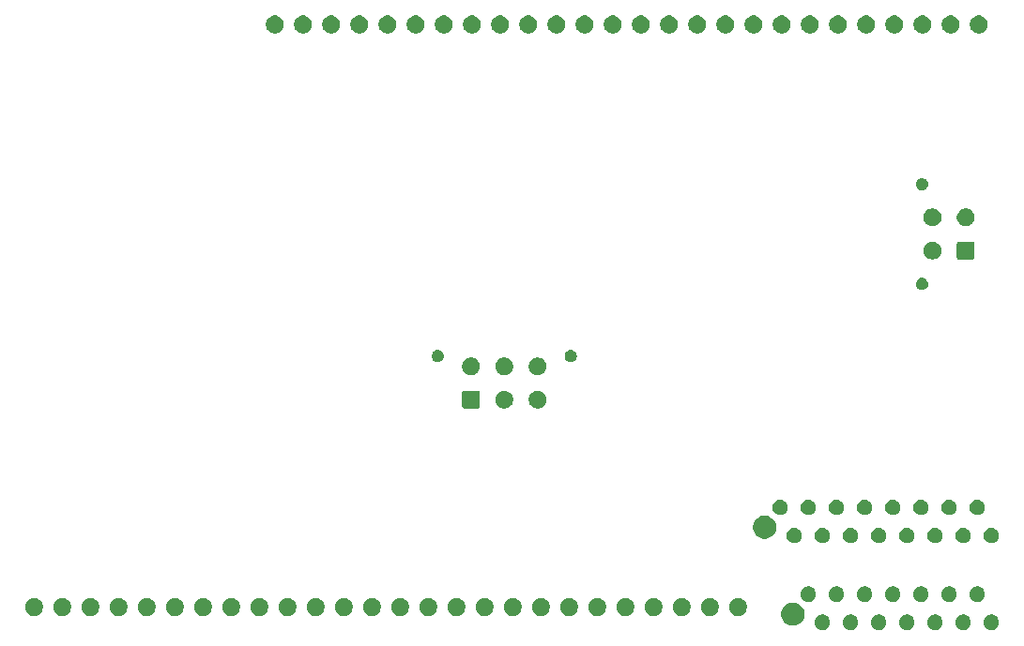
<source format=gts>
G04 #@! TF.GenerationSoftware,KiCad,Pcbnew,5.1.5-52549c5~84~ubuntu18.04.1*
G04 #@! TF.CreationDate,2020-01-28T21:19:39-05:00*
G04 #@! TF.ProjectId,Internal_Acc_Interface,496e7465-726e-4616-9c5f-4163635f496e,rev?*
G04 #@! TF.SameCoordinates,Original*
G04 #@! TF.FileFunction,Soldermask,Top*
G04 #@! TF.FilePolarity,Negative*
%FSLAX46Y46*%
G04 Gerber Fmt 4.6, Leading zero omitted, Abs format (unit mm)*
G04 Created by KiCad (PCBNEW 5.1.5-52549c5~84~ubuntu18.04.1) date 2020-01-28 21:19:39*
%MOMM*%
%LPD*%
G04 APERTURE LIST*
%ADD10C,0.100000*%
G04 APERTURE END LIST*
D10*
G36*
X179084473Y-119115938D02*
G01*
X179212049Y-119168782D01*
X179326859Y-119245495D01*
X179424505Y-119343141D01*
X179501218Y-119457951D01*
X179554062Y-119585527D01*
X179581000Y-119720956D01*
X179581000Y-119859044D01*
X179554062Y-119994473D01*
X179501218Y-120122049D01*
X179424505Y-120236859D01*
X179326859Y-120334505D01*
X179212049Y-120411218D01*
X179084473Y-120464062D01*
X178949044Y-120491000D01*
X178810956Y-120491000D01*
X178675527Y-120464062D01*
X178547951Y-120411218D01*
X178433141Y-120334505D01*
X178335495Y-120236859D01*
X178258782Y-120122049D01*
X178205938Y-119994473D01*
X178179000Y-119859044D01*
X178179000Y-119720956D01*
X178205938Y-119585527D01*
X178258782Y-119457951D01*
X178335495Y-119343141D01*
X178433141Y-119245495D01*
X178547951Y-119168782D01*
X178675527Y-119115938D01*
X178810956Y-119089000D01*
X178949044Y-119089000D01*
X179084473Y-119115938D01*
G37*
G36*
X176544473Y-119115938D02*
G01*
X176672049Y-119168782D01*
X176786859Y-119245495D01*
X176884505Y-119343141D01*
X176961218Y-119457951D01*
X177014062Y-119585527D01*
X177041000Y-119720956D01*
X177041000Y-119859044D01*
X177014062Y-119994473D01*
X176961218Y-120122049D01*
X176884505Y-120236859D01*
X176786859Y-120334505D01*
X176672049Y-120411218D01*
X176544473Y-120464062D01*
X176409044Y-120491000D01*
X176270956Y-120491000D01*
X176135527Y-120464062D01*
X176007951Y-120411218D01*
X175893141Y-120334505D01*
X175795495Y-120236859D01*
X175718782Y-120122049D01*
X175665938Y-119994473D01*
X175639000Y-119859044D01*
X175639000Y-119720956D01*
X175665938Y-119585527D01*
X175718782Y-119457951D01*
X175795495Y-119343141D01*
X175893141Y-119245495D01*
X176007951Y-119168782D01*
X176135527Y-119115938D01*
X176270956Y-119089000D01*
X176409044Y-119089000D01*
X176544473Y-119115938D01*
G37*
G36*
X163844473Y-119115938D02*
G01*
X163972049Y-119168782D01*
X164086859Y-119245495D01*
X164184505Y-119343141D01*
X164261218Y-119457951D01*
X164314062Y-119585527D01*
X164341000Y-119720956D01*
X164341000Y-119859044D01*
X164314062Y-119994473D01*
X164261218Y-120122049D01*
X164184505Y-120236859D01*
X164086859Y-120334505D01*
X163972049Y-120411218D01*
X163844473Y-120464062D01*
X163709044Y-120491000D01*
X163570956Y-120491000D01*
X163435527Y-120464062D01*
X163307951Y-120411218D01*
X163193141Y-120334505D01*
X163095495Y-120236859D01*
X163018782Y-120122049D01*
X162965938Y-119994473D01*
X162939000Y-119859044D01*
X162939000Y-119720956D01*
X162965938Y-119585527D01*
X163018782Y-119457951D01*
X163095495Y-119343141D01*
X163193141Y-119245495D01*
X163307951Y-119168782D01*
X163435527Y-119115938D01*
X163570956Y-119089000D01*
X163709044Y-119089000D01*
X163844473Y-119115938D01*
G37*
G36*
X166384473Y-119115938D02*
G01*
X166512049Y-119168782D01*
X166626859Y-119245495D01*
X166724505Y-119343141D01*
X166801218Y-119457951D01*
X166854062Y-119585527D01*
X166881000Y-119720956D01*
X166881000Y-119859044D01*
X166854062Y-119994473D01*
X166801218Y-120122049D01*
X166724505Y-120236859D01*
X166626859Y-120334505D01*
X166512049Y-120411218D01*
X166384473Y-120464062D01*
X166249044Y-120491000D01*
X166110956Y-120491000D01*
X165975527Y-120464062D01*
X165847951Y-120411218D01*
X165733141Y-120334505D01*
X165635495Y-120236859D01*
X165558782Y-120122049D01*
X165505938Y-119994473D01*
X165479000Y-119859044D01*
X165479000Y-119720956D01*
X165505938Y-119585527D01*
X165558782Y-119457951D01*
X165635495Y-119343141D01*
X165733141Y-119245495D01*
X165847951Y-119168782D01*
X165975527Y-119115938D01*
X166110956Y-119089000D01*
X166249044Y-119089000D01*
X166384473Y-119115938D01*
G37*
G36*
X171464473Y-119115938D02*
G01*
X171592049Y-119168782D01*
X171706859Y-119245495D01*
X171804505Y-119343141D01*
X171881218Y-119457951D01*
X171934062Y-119585527D01*
X171961000Y-119720956D01*
X171961000Y-119859044D01*
X171934062Y-119994473D01*
X171881218Y-120122049D01*
X171804505Y-120236859D01*
X171706859Y-120334505D01*
X171592049Y-120411218D01*
X171464473Y-120464062D01*
X171329044Y-120491000D01*
X171190956Y-120491000D01*
X171055527Y-120464062D01*
X170927951Y-120411218D01*
X170813141Y-120334505D01*
X170715495Y-120236859D01*
X170638782Y-120122049D01*
X170585938Y-119994473D01*
X170559000Y-119859044D01*
X170559000Y-119720956D01*
X170585938Y-119585527D01*
X170638782Y-119457951D01*
X170715495Y-119343141D01*
X170813141Y-119245495D01*
X170927951Y-119168782D01*
X171055527Y-119115938D01*
X171190956Y-119089000D01*
X171329044Y-119089000D01*
X171464473Y-119115938D01*
G37*
G36*
X174004473Y-119115938D02*
G01*
X174132049Y-119168782D01*
X174246859Y-119245495D01*
X174344505Y-119343141D01*
X174421218Y-119457951D01*
X174474062Y-119585527D01*
X174501000Y-119720956D01*
X174501000Y-119859044D01*
X174474062Y-119994473D01*
X174421218Y-120122049D01*
X174344505Y-120236859D01*
X174246859Y-120334505D01*
X174132049Y-120411218D01*
X174004473Y-120464062D01*
X173869044Y-120491000D01*
X173730956Y-120491000D01*
X173595527Y-120464062D01*
X173467951Y-120411218D01*
X173353141Y-120334505D01*
X173255495Y-120236859D01*
X173178782Y-120122049D01*
X173125938Y-119994473D01*
X173099000Y-119859044D01*
X173099000Y-119720956D01*
X173125938Y-119585527D01*
X173178782Y-119457951D01*
X173255495Y-119343141D01*
X173353141Y-119245495D01*
X173467951Y-119168782D01*
X173595527Y-119115938D01*
X173730956Y-119089000D01*
X173869044Y-119089000D01*
X174004473Y-119115938D01*
G37*
G36*
X168924473Y-119115938D02*
G01*
X169052049Y-119168782D01*
X169166859Y-119245495D01*
X169264505Y-119343141D01*
X169341218Y-119457951D01*
X169394062Y-119585527D01*
X169421000Y-119720956D01*
X169421000Y-119859044D01*
X169394062Y-119994473D01*
X169341218Y-120122049D01*
X169264505Y-120236859D01*
X169166859Y-120334505D01*
X169052049Y-120411218D01*
X168924473Y-120464062D01*
X168789044Y-120491000D01*
X168650956Y-120491000D01*
X168515527Y-120464062D01*
X168387951Y-120411218D01*
X168273141Y-120334505D01*
X168175495Y-120236859D01*
X168098782Y-120122049D01*
X168045938Y-119994473D01*
X168019000Y-119859044D01*
X168019000Y-119720956D01*
X168045938Y-119585527D01*
X168098782Y-119457951D01*
X168175495Y-119343141D01*
X168273141Y-119245495D01*
X168387951Y-119168782D01*
X168515527Y-119115938D01*
X168650956Y-119089000D01*
X168789044Y-119089000D01*
X168924473Y-119115938D01*
G37*
G36*
X161276564Y-118039389D02*
G01*
X161467833Y-118118615D01*
X161467835Y-118118616D01*
X161639973Y-118233635D01*
X161786365Y-118380027D01*
X161901385Y-118552167D01*
X161980611Y-118743436D01*
X162021000Y-118946484D01*
X162021000Y-119153516D01*
X161980611Y-119356564D01*
X161901385Y-119547833D01*
X161901384Y-119547835D01*
X161786365Y-119719973D01*
X161639973Y-119866365D01*
X161467835Y-119981384D01*
X161467834Y-119981385D01*
X161467833Y-119981385D01*
X161276564Y-120060611D01*
X161073516Y-120101000D01*
X160866484Y-120101000D01*
X160663436Y-120060611D01*
X160472167Y-119981385D01*
X160472166Y-119981385D01*
X160472165Y-119981384D01*
X160300027Y-119866365D01*
X160153635Y-119719973D01*
X160038616Y-119547835D01*
X160038615Y-119547833D01*
X159959389Y-119356564D01*
X159919000Y-119153516D01*
X159919000Y-118946484D01*
X159959389Y-118743436D01*
X160038615Y-118552167D01*
X160153635Y-118380027D01*
X160300027Y-118233635D01*
X160472165Y-118118616D01*
X160472167Y-118118615D01*
X160663436Y-118039389D01*
X160866484Y-117999000D01*
X161073516Y-117999000D01*
X161276564Y-118039389D01*
G37*
G36*
X141022142Y-117618242D02*
G01*
X141170101Y-117679529D01*
X141303255Y-117768499D01*
X141416501Y-117881745D01*
X141505471Y-118014899D01*
X141566758Y-118162858D01*
X141598000Y-118319925D01*
X141598000Y-118480075D01*
X141566758Y-118637142D01*
X141505471Y-118785101D01*
X141416501Y-118918255D01*
X141303255Y-119031501D01*
X141170101Y-119120471D01*
X141022142Y-119181758D01*
X140865075Y-119213000D01*
X140704925Y-119213000D01*
X140547858Y-119181758D01*
X140399899Y-119120471D01*
X140266745Y-119031501D01*
X140153499Y-118918255D01*
X140064529Y-118785101D01*
X140003242Y-118637142D01*
X139972000Y-118480075D01*
X139972000Y-118319925D01*
X140003242Y-118162858D01*
X140064529Y-118014899D01*
X140153499Y-117881745D01*
X140266745Y-117768499D01*
X140399899Y-117679529D01*
X140547858Y-117618242D01*
X140704925Y-117587000D01*
X140865075Y-117587000D01*
X141022142Y-117618242D01*
G37*
G36*
X115622142Y-117618242D02*
G01*
X115770101Y-117679529D01*
X115903255Y-117768499D01*
X116016501Y-117881745D01*
X116105471Y-118014899D01*
X116166758Y-118162858D01*
X116198000Y-118319925D01*
X116198000Y-118480075D01*
X116166758Y-118637142D01*
X116105471Y-118785101D01*
X116016501Y-118918255D01*
X115903255Y-119031501D01*
X115770101Y-119120471D01*
X115622142Y-119181758D01*
X115465075Y-119213000D01*
X115304925Y-119213000D01*
X115147858Y-119181758D01*
X114999899Y-119120471D01*
X114866745Y-119031501D01*
X114753499Y-118918255D01*
X114664529Y-118785101D01*
X114603242Y-118637142D01*
X114572000Y-118480075D01*
X114572000Y-118319925D01*
X114603242Y-118162858D01*
X114664529Y-118014899D01*
X114753499Y-117881745D01*
X114866745Y-117768499D01*
X114999899Y-117679529D01*
X115147858Y-117618242D01*
X115304925Y-117587000D01*
X115465075Y-117587000D01*
X115622142Y-117618242D01*
G37*
G36*
X123242142Y-117618242D02*
G01*
X123390101Y-117679529D01*
X123523255Y-117768499D01*
X123636501Y-117881745D01*
X123725471Y-118014899D01*
X123786758Y-118162858D01*
X123818000Y-118319925D01*
X123818000Y-118480075D01*
X123786758Y-118637142D01*
X123725471Y-118785101D01*
X123636501Y-118918255D01*
X123523255Y-119031501D01*
X123390101Y-119120471D01*
X123242142Y-119181758D01*
X123085075Y-119213000D01*
X122924925Y-119213000D01*
X122767858Y-119181758D01*
X122619899Y-119120471D01*
X122486745Y-119031501D01*
X122373499Y-118918255D01*
X122284529Y-118785101D01*
X122223242Y-118637142D01*
X122192000Y-118480075D01*
X122192000Y-118319925D01*
X122223242Y-118162858D01*
X122284529Y-118014899D01*
X122373499Y-117881745D01*
X122486745Y-117768499D01*
X122619899Y-117679529D01*
X122767858Y-117618242D01*
X122924925Y-117587000D01*
X123085075Y-117587000D01*
X123242142Y-117618242D01*
G37*
G36*
X138482142Y-117618242D02*
G01*
X138630101Y-117679529D01*
X138763255Y-117768499D01*
X138876501Y-117881745D01*
X138965471Y-118014899D01*
X139026758Y-118162858D01*
X139058000Y-118319925D01*
X139058000Y-118480075D01*
X139026758Y-118637142D01*
X138965471Y-118785101D01*
X138876501Y-118918255D01*
X138763255Y-119031501D01*
X138630101Y-119120471D01*
X138482142Y-119181758D01*
X138325075Y-119213000D01*
X138164925Y-119213000D01*
X138007858Y-119181758D01*
X137859899Y-119120471D01*
X137726745Y-119031501D01*
X137613499Y-118918255D01*
X137524529Y-118785101D01*
X137463242Y-118637142D01*
X137432000Y-118480075D01*
X137432000Y-118319925D01*
X137463242Y-118162858D01*
X137524529Y-118014899D01*
X137613499Y-117881745D01*
X137726745Y-117768499D01*
X137859899Y-117679529D01*
X138007858Y-117618242D01*
X138164925Y-117587000D01*
X138325075Y-117587000D01*
X138482142Y-117618242D01*
G37*
G36*
X108002142Y-117618242D02*
G01*
X108150101Y-117679529D01*
X108283255Y-117768499D01*
X108396501Y-117881745D01*
X108485471Y-118014899D01*
X108546758Y-118162858D01*
X108578000Y-118319925D01*
X108578000Y-118480075D01*
X108546758Y-118637142D01*
X108485471Y-118785101D01*
X108396501Y-118918255D01*
X108283255Y-119031501D01*
X108150101Y-119120471D01*
X108002142Y-119181758D01*
X107845075Y-119213000D01*
X107684925Y-119213000D01*
X107527858Y-119181758D01*
X107379899Y-119120471D01*
X107246745Y-119031501D01*
X107133499Y-118918255D01*
X107044529Y-118785101D01*
X106983242Y-118637142D01*
X106952000Y-118480075D01*
X106952000Y-118319925D01*
X106983242Y-118162858D01*
X107044529Y-118014899D01*
X107133499Y-117881745D01*
X107246745Y-117768499D01*
X107379899Y-117679529D01*
X107527858Y-117618242D01*
X107684925Y-117587000D01*
X107845075Y-117587000D01*
X108002142Y-117618242D01*
G37*
G36*
X113082142Y-117618242D02*
G01*
X113230101Y-117679529D01*
X113363255Y-117768499D01*
X113476501Y-117881745D01*
X113565471Y-118014899D01*
X113626758Y-118162858D01*
X113658000Y-118319925D01*
X113658000Y-118480075D01*
X113626758Y-118637142D01*
X113565471Y-118785101D01*
X113476501Y-118918255D01*
X113363255Y-119031501D01*
X113230101Y-119120471D01*
X113082142Y-119181758D01*
X112925075Y-119213000D01*
X112764925Y-119213000D01*
X112607858Y-119181758D01*
X112459899Y-119120471D01*
X112326745Y-119031501D01*
X112213499Y-118918255D01*
X112124529Y-118785101D01*
X112063242Y-118637142D01*
X112032000Y-118480075D01*
X112032000Y-118319925D01*
X112063242Y-118162858D01*
X112124529Y-118014899D01*
X112213499Y-117881745D01*
X112326745Y-117768499D01*
X112459899Y-117679529D01*
X112607858Y-117618242D01*
X112764925Y-117587000D01*
X112925075Y-117587000D01*
X113082142Y-117618242D01*
G37*
G36*
X105462142Y-117618242D02*
G01*
X105610101Y-117679529D01*
X105743255Y-117768499D01*
X105856501Y-117881745D01*
X105945471Y-118014899D01*
X106006758Y-118162858D01*
X106038000Y-118319925D01*
X106038000Y-118480075D01*
X106006758Y-118637142D01*
X105945471Y-118785101D01*
X105856501Y-118918255D01*
X105743255Y-119031501D01*
X105610101Y-119120471D01*
X105462142Y-119181758D01*
X105305075Y-119213000D01*
X105144925Y-119213000D01*
X104987858Y-119181758D01*
X104839899Y-119120471D01*
X104706745Y-119031501D01*
X104593499Y-118918255D01*
X104504529Y-118785101D01*
X104443242Y-118637142D01*
X104412000Y-118480075D01*
X104412000Y-118319925D01*
X104443242Y-118162858D01*
X104504529Y-118014899D01*
X104593499Y-117881745D01*
X104706745Y-117768499D01*
X104839899Y-117679529D01*
X104987858Y-117618242D01*
X105144925Y-117587000D01*
X105305075Y-117587000D01*
X105462142Y-117618242D01*
G37*
G36*
X110542142Y-117618242D02*
G01*
X110690101Y-117679529D01*
X110823255Y-117768499D01*
X110936501Y-117881745D01*
X111025471Y-118014899D01*
X111086758Y-118162858D01*
X111118000Y-118319925D01*
X111118000Y-118480075D01*
X111086758Y-118637142D01*
X111025471Y-118785101D01*
X110936501Y-118918255D01*
X110823255Y-119031501D01*
X110690101Y-119120471D01*
X110542142Y-119181758D01*
X110385075Y-119213000D01*
X110224925Y-119213000D01*
X110067858Y-119181758D01*
X109919899Y-119120471D01*
X109786745Y-119031501D01*
X109673499Y-118918255D01*
X109584529Y-118785101D01*
X109523242Y-118637142D01*
X109492000Y-118480075D01*
X109492000Y-118319925D01*
X109523242Y-118162858D01*
X109584529Y-118014899D01*
X109673499Y-117881745D01*
X109786745Y-117768499D01*
X109919899Y-117679529D01*
X110067858Y-117618242D01*
X110224925Y-117587000D01*
X110385075Y-117587000D01*
X110542142Y-117618242D01*
G37*
G36*
X102922142Y-117618242D02*
G01*
X103070101Y-117679529D01*
X103203255Y-117768499D01*
X103316501Y-117881745D01*
X103405471Y-118014899D01*
X103466758Y-118162858D01*
X103498000Y-118319925D01*
X103498000Y-118480075D01*
X103466758Y-118637142D01*
X103405471Y-118785101D01*
X103316501Y-118918255D01*
X103203255Y-119031501D01*
X103070101Y-119120471D01*
X102922142Y-119181758D01*
X102765075Y-119213000D01*
X102604925Y-119213000D01*
X102447858Y-119181758D01*
X102299899Y-119120471D01*
X102166745Y-119031501D01*
X102053499Y-118918255D01*
X101964529Y-118785101D01*
X101903242Y-118637142D01*
X101872000Y-118480075D01*
X101872000Y-118319925D01*
X101903242Y-118162858D01*
X101964529Y-118014899D01*
X102053499Y-117881745D01*
X102166745Y-117768499D01*
X102299899Y-117679529D01*
X102447858Y-117618242D01*
X102604925Y-117587000D01*
X102765075Y-117587000D01*
X102922142Y-117618242D01*
G37*
G36*
X100382142Y-117618242D02*
G01*
X100530101Y-117679529D01*
X100663255Y-117768499D01*
X100776501Y-117881745D01*
X100865471Y-118014899D01*
X100926758Y-118162858D01*
X100958000Y-118319925D01*
X100958000Y-118480075D01*
X100926758Y-118637142D01*
X100865471Y-118785101D01*
X100776501Y-118918255D01*
X100663255Y-119031501D01*
X100530101Y-119120471D01*
X100382142Y-119181758D01*
X100225075Y-119213000D01*
X100064925Y-119213000D01*
X99907858Y-119181758D01*
X99759899Y-119120471D01*
X99626745Y-119031501D01*
X99513499Y-118918255D01*
X99424529Y-118785101D01*
X99363242Y-118637142D01*
X99332000Y-118480075D01*
X99332000Y-118319925D01*
X99363242Y-118162858D01*
X99424529Y-118014899D01*
X99513499Y-117881745D01*
X99626745Y-117768499D01*
X99759899Y-117679529D01*
X99907858Y-117618242D01*
X100064925Y-117587000D01*
X100225075Y-117587000D01*
X100382142Y-117618242D01*
G37*
G36*
X97842142Y-117618242D02*
G01*
X97990101Y-117679529D01*
X98123255Y-117768499D01*
X98236501Y-117881745D01*
X98325471Y-118014899D01*
X98386758Y-118162858D01*
X98418000Y-118319925D01*
X98418000Y-118480075D01*
X98386758Y-118637142D01*
X98325471Y-118785101D01*
X98236501Y-118918255D01*
X98123255Y-119031501D01*
X97990101Y-119120471D01*
X97842142Y-119181758D01*
X97685075Y-119213000D01*
X97524925Y-119213000D01*
X97367858Y-119181758D01*
X97219899Y-119120471D01*
X97086745Y-119031501D01*
X96973499Y-118918255D01*
X96884529Y-118785101D01*
X96823242Y-118637142D01*
X96792000Y-118480075D01*
X96792000Y-118319925D01*
X96823242Y-118162858D01*
X96884529Y-118014899D01*
X96973499Y-117881745D01*
X97086745Y-117768499D01*
X97219899Y-117679529D01*
X97367858Y-117618242D01*
X97524925Y-117587000D01*
X97685075Y-117587000D01*
X97842142Y-117618242D01*
G37*
G36*
X95302142Y-117618242D02*
G01*
X95450101Y-117679529D01*
X95583255Y-117768499D01*
X95696501Y-117881745D01*
X95785471Y-118014899D01*
X95846758Y-118162858D01*
X95878000Y-118319925D01*
X95878000Y-118480075D01*
X95846758Y-118637142D01*
X95785471Y-118785101D01*
X95696501Y-118918255D01*
X95583255Y-119031501D01*
X95450101Y-119120471D01*
X95302142Y-119181758D01*
X95145075Y-119213000D01*
X94984925Y-119213000D01*
X94827858Y-119181758D01*
X94679899Y-119120471D01*
X94546745Y-119031501D01*
X94433499Y-118918255D01*
X94344529Y-118785101D01*
X94283242Y-118637142D01*
X94252000Y-118480075D01*
X94252000Y-118319925D01*
X94283242Y-118162858D01*
X94344529Y-118014899D01*
X94433499Y-117881745D01*
X94546745Y-117768499D01*
X94679899Y-117679529D01*
X94827858Y-117618242D01*
X94984925Y-117587000D01*
X95145075Y-117587000D01*
X95302142Y-117618242D01*
G37*
G36*
X92762142Y-117618242D02*
G01*
X92910101Y-117679529D01*
X93043255Y-117768499D01*
X93156501Y-117881745D01*
X93245471Y-118014899D01*
X93306758Y-118162858D01*
X93338000Y-118319925D01*
X93338000Y-118480075D01*
X93306758Y-118637142D01*
X93245471Y-118785101D01*
X93156501Y-118918255D01*
X93043255Y-119031501D01*
X92910101Y-119120471D01*
X92762142Y-119181758D01*
X92605075Y-119213000D01*
X92444925Y-119213000D01*
X92287858Y-119181758D01*
X92139899Y-119120471D01*
X92006745Y-119031501D01*
X91893499Y-118918255D01*
X91804529Y-118785101D01*
X91743242Y-118637142D01*
X91712000Y-118480075D01*
X91712000Y-118319925D01*
X91743242Y-118162858D01*
X91804529Y-118014899D01*
X91893499Y-117881745D01*
X92006745Y-117768499D01*
X92139899Y-117679529D01*
X92287858Y-117618242D01*
X92444925Y-117587000D01*
X92605075Y-117587000D01*
X92762142Y-117618242D01*
G37*
G36*
X153722142Y-117618242D02*
G01*
X153870101Y-117679529D01*
X154003255Y-117768499D01*
X154116501Y-117881745D01*
X154205471Y-118014899D01*
X154266758Y-118162858D01*
X154298000Y-118319925D01*
X154298000Y-118480075D01*
X154266758Y-118637142D01*
X154205471Y-118785101D01*
X154116501Y-118918255D01*
X154003255Y-119031501D01*
X153870101Y-119120471D01*
X153722142Y-119181758D01*
X153565075Y-119213000D01*
X153404925Y-119213000D01*
X153247858Y-119181758D01*
X153099899Y-119120471D01*
X152966745Y-119031501D01*
X152853499Y-118918255D01*
X152764529Y-118785101D01*
X152703242Y-118637142D01*
X152672000Y-118480075D01*
X152672000Y-118319925D01*
X152703242Y-118162858D01*
X152764529Y-118014899D01*
X152853499Y-117881745D01*
X152966745Y-117768499D01*
X153099899Y-117679529D01*
X153247858Y-117618242D01*
X153404925Y-117587000D01*
X153565075Y-117587000D01*
X153722142Y-117618242D01*
G37*
G36*
X143562142Y-117618242D02*
G01*
X143710101Y-117679529D01*
X143843255Y-117768499D01*
X143956501Y-117881745D01*
X144045471Y-118014899D01*
X144106758Y-118162858D01*
X144138000Y-118319925D01*
X144138000Y-118480075D01*
X144106758Y-118637142D01*
X144045471Y-118785101D01*
X143956501Y-118918255D01*
X143843255Y-119031501D01*
X143710101Y-119120471D01*
X143562142Y-119181758D01*
X143405075Y-119213000D01*
X143244925Y-119213000D01*
X143087858Y-119181758D01*
X142939899Y-119120471D01*
X142806745Y-119031501D01*
X142693499Y-118918255D01*
X142604529Y-118785101D01*
X142543242Y-118637142D01*
X142512000Y-118480075D01*
X142512000Y-118319925D01*
X142543242Y-118162858D01*
X142604529Y-118014899D01*
X142693499Y-117881745D01*
X142806745Y-117768499D01*
X142939899Y-117679529D01*
X143087858Y-117618242D01*
X143244925Y-117587000D01*
X143405075Y-117587000D01*
X143562142Y-117618242D01*
G37*
G36*
X128322142Y-117618242D02*
G01*
X128470101Y-117679529D01*
X128603255Y-117768499D01*
X128716501Y-117881745D01*
X128805471Y-118014899D01*
X128866758Y-118162858D01*
X128898000Y-118319925D01*
X128898000Y-118480075D01*
X128866758Y-118637142D01*
X128805471Y-118785101D01*
X128716501Y-118918255D01*
X128603255Y-119031501D01*
X128470101Y-119120471D01*
X128322142Y-119181758D01*
X128165075Y-119213000D01*
X128004925Y-119213000D01*
X127847858Y-119181758D01*
X127699899Y-119120471D01*
X127566745Y-119031501D01*
X127453499Y-118918255D01*
X127364529Y-118785101D01*
X127303242Y-118637142D01*
X127272000Y-118480075D01*
X127272000Y-118319925D01*
X127303242Y-118162858D01*
X127364529Y-118014899D01*
X127453499Y-117881745D01*
X127566745Y-117768499D01*
X127699899Y-117679529D01*
X127847858Y-117618242D01*
X128004925Y-117587000D01*
X128165075Y-117587000D01*
X128322142Y-117618242D01*
G37*
G36*
X118162142Y-117618242D02*
G01*
X118310101Y-117679529D01*
X118443255Y-117768499D01*
X118556501Y-117881745D01*
X118645471Y-118014899D01*
X118706758Y-118162858D01*
X118738000Y-118319925D01*
X118738000Y-118480075D01*
X118706758Y-118637142D01*
X118645471Y-118785101D01*
X118556501Y-118918255D01*
X118443255Y-119031501D01*
X118310101Y-119120471D01*
X118162142Y-119181758D01*
X118005075Y-119213000D01*
X117844925Y-119213000D01*
X117687858Y-119181758D01*
X117539899Y-119120471D01*
X117406745Y-119031501D01*
X117293499Y-118918255D01*
X117204529Y-118785101D01*
X117143242Y-118637142D01*
X117112000Y-118480075D01*
X117112000Y-118319925D01*
X117143242Y-118162858D01*
X117204529Y-118014899D01*
X117293499Y-117881745D01*
X117406745Y-117768499D01*
X117539899Y-117679529D01*
X117687858Y-117618242D01*
X117844925Y-117587000D01*
X118005075Y-117587000D01*
X118162142Y-117618242D01*
G37*
G36*
X130862142Y-117618242D02*
G01*
X131010101Y-117679529D01*
X131143255Y-117768499D01*
X131256501Y-117881745D01*
X131345471Y-118014899D01*
X131406758Y-118162858D01*
X131438000Y-118319925D01*
X131438000Y-118480075D01*
X131406758Y-118637142D01*
X131345471Y-118785101D01*
X131256501Y-118918255D01*
X131143255Y-119031501D01*
X131010101Y-119120471D01*
X130862142Y-119181758D01*
X130705075Y-119213000D01*
X130544925Y-119213000D01*
X130387858Y-119181758D01*
X130239899Y-119120471D01*
X130106745Y-119031501D01*
X129993499Y-118918255D01*
X129904529Y-118785101D01*
X129843242Y-118637142D01*
X129812000Y-118480075D01*
X129812000Y-118319925D01*
X129843242Y-118162858D01*
X129904529Y-118014899D01*
X129993499Y-117881745D01*
X130106745Y-117768499D01*
X130239899Y-117679529D01*
X130387858Y-117618242D01*
X130544925Y-117587000D01*
X130705075Y-117587000D01*
X130862142Y-117618242D01*
G37*
G36*
X133402142Y-117618242D02*
G01*
X133550101Y-117679529D01*
X133683255Y-117768499D01*
X133796501Y-117881745D01*
X133885471Y-118014899D01*
X133946758Y-118162858D01*
X133978000Y-118319925D01*
X133978000Y-118480075D01*
X133946758Y-118637142D01*
X133885471Y-118785101D01*
X133796501Y-118918255D01*
X133683255Y-119031501D01*
X133550101Y-119120471D01*
X133402142Y-119181758D01*
X133245075Y-119213000D01*
X133084925Y-119213000D01*
X132927858Y-119181758D01*
X132779899Y-119120471D01*
X132646745Y-119031501D01*
X132533499Y-118918255D01*
X132444529Y-118785101D01*
X132383242Y-118637142D01*
X132352000Y-118480075D01*
X132352000Y-118319925D01*
X132383242Y-118162858D01*
X132444529Y-118014899D01*
X132533499Y-117881745D01*
X132646745Y-117768499D01*
X132779899Y-117679529D01*
X132927858Y-117618242D01*
X133084925Y-117587000D01*
X133245075Y-117587000D01*
X133402142Y-117618242D01*
G37*
G36*
X135942142Y-117618242D02*
G01*
X136090101Y-117679529D01*
X136223255Y-117768499D01*
X136336501Y-117881745D01*
X136425471Y-118014899D01*
X136486758Y-118162858D01*
X136518000Y-118319925D01*
X136518000Y-118480075D01*
X136486758Y-118637142D01*
X136425471Y-118785101D01*
X136336501Y-118918255D01*
X136223255Y-119031501D01*
X136090101Y-119120471D01*
X135942142Y-119181758D01*
X135785075Y-119213000D01*
X135624925Y-119213000D01*
X135467858Y-119181758D01*
X135319899Y-119120471D01*
X135186745Y-119031501D01*
X135073499Y-118918255D01*
X134984529Y-118785101D01*
X134923242Y-118637142D01*
X134892000Y-118480075D01*
X134892000Y-118319925D01*
X134923242Y-118162858D01*
X134984529Y-118014899D01*
X135073499Y-117881745D01*
X135186745Y-117768499D01*
X135319899Y-117679529D01*
X135467858Y-117618242D01*
X135624925Y-117587000D01*
X135785075Y-117587000D01*
X135942142Y-117618242D01*
G37*
G36*
X125782142Y-117618242D02*
G01*
X125930101Y-117679529D01*
X126063255Y-117768499D01*
X126176501Y-117881745D01*
X126265471Y-118014899D01*
X126326758Y-118162858D01*
X126358000Y-118319925D01*
X126358000Y-118480075D01*
X126326758Y-118637142D01*
X126265471Y-118785101D01*
X126176501Y-118918255D01*
X126063255Y-119031501D01*
X125930101Y-119120471D01*
X125782142Y-119181758D01*
X125625075Y-119213000D01*
X125464925Y-119213000D01*
X125307858Y-119181758D01*
X125159899Y-119120471D01*
X125026745Y-119031501D01*
X124913499Y-118918255D01*
X124824529Y-118785101D01*
X124763242Y-118637142D01*
X124732000Y-118480075D01*
X124732000Y-118319925D01*
X124763242Y-118162858D01*
X124824529Y-118014899D01*
X124913499Y-117881745D01*
X125026745Y-117768499D01*
X125159899Y-117679529D01*
X125307858Y-117618242D01*
X125464925Y-117587000D01*
X125625075Y-117587000D01*
X125782142Y-117618242D01*
G37*
G36*
X120702142Y-117618242D02*
G01*
X120850101Y-117679529D01*
X120983255Y-117768499D01*
X121096501Y-117881745D01*
X121185471Y-118014899D01*
X121246758Y-118162858D01*
X121278000Y-118319925D01*
X121278000Y-118480075D01*
X121246758Y-118637142D01*
X121185471Y-118785101D01*
X121096501Y-118918255D01*
X120983255Y-119031501D01*
X120850101Y-119120471D01*
X120702142Y-119181758D01*
X120545075Y-119213000D01*
X120384925Y-119213000D01*
X120227858Y-119181758D01*
X120079899Y-119120471D01*
X119946745Y-119031501D01*
X119833499Y-118918255D01*
X119744529Y-118785101D01*
X119683242Y-118637142D01*
X119652000Y-118480075D01*
X119652000Y-118319925D01*
X119683242Y-118162858D01*
X119744529Y-118014899D01*
X119833499Y-117881745D01*
X119946745Y-117768499D01*
X120079899Y-117679529D01*
X120227858Y-117618242D01*
X120384925Y-117587000D01*
X120545075Y-117587000D01*
X120702142Y-117618242D01*
G37*
G36*
X151182142Y-117618242D02*
G01*
X151330101Y-117679529D01*
X151463255Y-117768499D01*
X151576501Y-117881745D01*
X151665471Y-118014899D01*
X151726758Y-118162858D01*
X151758000Y-118319925D01*
X151758000Y-118480075D01*
X151726758Y-118637142D01*
X151665471Y-118785101D01*
X151576501Y-118918255D01*
X151463255Y-119031501D01*
X151330101Y-119120471D01*
X151182142Y-119181758D01*
X151025075Y-119213000D01*
X150864925Y-119213000D01*
X150707858Y-119181758D01*
X150559899Y-119120471D01*
X150426745Y-119031501D01*
X150313499Y-118918255D01*
X150224529Y-118785101D01*
X150163242Y-118637142D01*
X150132000Y-118480075D01*
X150132000Y-118319925D01*
X150163242Y-118162858D01*
X150224529Y-118014899D01*
X150313499Y-117881745D01*
X150426745Y-117768499D01*
X150559899Y-117679529D01*
X150707858Y-117618242D01*
X150864925Y-117587000D01*
X151025075Y-117587000D01*
X151182142Y-117618242D01*
G37*
G36*
X146102142Y-117618242D02*
G01*
X146250101Y-117679529D01*
X146383255Y-117768499D01*
X146496501Y-117881745D01*
X146585471Y-118014899D01*
X146646758Y-118162858D01*
X146678000Y-118319925D01*
X146678000Y-118480075D01*
X146646758Y-118637142D01*
X146585471Y-118785101D01*
X146496501Y-118918255D01*
X146383255Y-119031501D01*
X146250101Y-119120471D01*
X146102142Y-119181758D01*
X145945075Y-119213000D01*
X145784925Y-119213000D01*
X145627858Y-119181758D01*
X145479899Y-119120471D01*
X145346745Y-119031501D01*
X145233499Y-118918255D01*
X145144529Y-118785101D01*
X145083242Y-118637142D01*
X145052000Y-118480075D01*
X145052000Y-118319925D01*
X145083242Y-118162858D01*
X145144529Y-118014899D01*
X145233499Y-117881745D01*
X145346745Y-117768499D01*
X145479899Y-117679529D01*
X145627858Y-117618242D01*
X145784925Y-117587000D01*
X145945075Y-117587000D01*
X146102142Y-117618242D01*
G37*
G36*
X148642142Y-117618242D02*
G01*
X148790101Y-117679529D01*
X148923255Y-117768499D01*
X149036501Y-117881745D01*
X149125471Y-118014899D01*
X149186758Y-118162858D01*
X149218000Y-118319925D01*
X149218000Y-118480075D01*
X149186758Y-118637142D01*
X149125471Y-118785101D01*
X149036501Y-118918255D01*
X148923255Y-119031501D01*
X148790101Y-119120471D01*
X148642142Y-119181758D01*
X148485075Y-119213000D01*
X148324925Y-119213000D01*
X148167858Y-119181758D01*
X148019899Y-119120471D01*
X147886745Y-119031501D01*
X147773499Y-118918255D01*
X147684529Y-118785101D01*
X147623242Y-118637142D01*
X147592000Y-118480075D01*
X147592000Y-118319925D01*
X147623242Y-118162858D01*
X147684529Y-118014899D01*
X147773499Y-117881745D01*
X147886745Y-117768499D01*
X148019899Y-117679529D01*
X148167858Y-117618242D01*
X148324925Y-117587000D01*
X148485075Y-117587000D01*
X148642142Y-117618242D01*
G37*
G36*
X156262142Y-117618242D02*
G01*
X156410101Y-117679529D01*
X156543255Y-117768499D01*
X156656501Y-117881745D01*
X156745471Y-118014899D01*
X156806758Y-118162858D01*
X156838000Y-118319925D01*
X156838000Y-118480075D01*
X156806758Y-118637142D01*
X156745471Y-118785101D01*
X156656501Y-118918255D01*
X156543255Y-119031501D01*
X156410101Y-119120471D01*
X156262142Y-119181758D01*
X156105075Y-119213000D01*
X155944925Y-119213000D01*
X155787858Y-119181758D01*
X155639899Y-119120471D01*
X155506745Y-119031501D01*
X155393499Y-118918255D01*
X155304529Y-118785101D01*
X155243242Y-118637142D01*
X155212000Y-118480075D01*
X155212000Y-118319925D01*
X155243242Y-118162858D01*
X155304529Y-118014899D01*
X155393499Y-117881745D01*
X155506745Y-117768499D01*
X155639899Y-117679529D01*
X155787858Y-117618242D01*
X155944925Y-117587000D01*
X156105075Y-117587000D01*
X156262142Y-117618242D01*
G37*
G36*
X165114473Y-116575938D02*
G01*
X165242049Y-116628782D01*
X165356859Y-116705495D01*
X165454505Y-116803141D01*
X165531218Y-116917951D01*
X165584062Y-117045527D01*
X165611000Y-117180956D01*
X165611000Y-117319044D01*
X165584062Y-117454473D01*
X165531218Y-117582049D01*
X165454505Y-117696859D01*
X165356859Y-117794505D01*
X165242049Y-117871218D01*
X165114473Y-117924062D01*
X164979044Y-117951000D01*
X164840956Y-117951000D01*
X164705527Y-117924062D01*
X164577951Y-117871218D01*
X164463141Y-117794505D01*
X164365495Y-117696859D01*
X164288782Y-117582049D01*
X164235938Y-117454473D01*
X164209000Y-117319044D01*
X164209000Y-117180956D01*
X164235938Y-117045527D01*
X164288782Y-116917951D01*
X164365495Y-116803141D01*
X164463141Y-116705495D01*
X164577951Y-116628782D01*
X164705527Y-116575938D01*
X164840956Y-116549000D01*
X164979044Y-116549000D01*
X165114473Y-116575938D01*
G37*
G36*
X177814473Y-116575938D02*
G01*
X177942049Y-116628782D01*
X178056859Y-116705495D01*
X178154505Y-116803141D01*
X178231218Y-116917951D01*
X178284062Y-117045527D01*
X178311000Y-117180956D01*
X178311000Y-117319044D01*
X178284062Y-117454473D01*
X178231218Y-117582049D01*
X178154505Y-117696859D01*
X178056859Y-117794505D01*
X177942049Y-117871218D01*
X177814473Y-117924062D01*
X177679044Y-117951000D01*
X177540956Y-117951000D01*
X177405527Y-117924062D01*
X177277951Y-117871218D01*
X177163141Y-117794505D01*
X177065495Y-117696859D01*
X176988782Y-117582049D01*
X176935938Y-117454473D01*
X176909000Y-117319044D01*
X176909000Y-117180956D01*
X176935938Y-117045527D01*
X176988782Y-116917951D01*
X177065495Y-116803141D01*
X177163141Y-116705495D01*
X177277951Y-116628782D01*
X177405527Y-116575938D01*
X177540956Y-116549000D01*
X177679044Y-116549000D01*
X177814473Y-116575938D01*
G37*
G36*
X162574473Y-116575938D02*
G01*
X162702049Y-116628782D01*
X162816859Y-116705495D01*
X162914505Y-116803141D01*
X162991218Y-116917951D01*
X163044062Y-117045527D01*
X163071000Y-117180956D01*
X163071000Y-117319044D01*
X163044062Y-117454473D01*
X162991218Y-117582049D01*
X162914505Y-117696859D01*
X162816859Y-117794505D01*
X162702049Y-117871218D01*
X162574473Y-117924062D01*
X162439044Y-117951000D01*
X162300956Y-117951000D01*
X162165527Y-117924062D01*
X162037951Y-117871218D01*
X161923141Y-117794505D01*
X161825495Y-117696859D01*
X161748782Y-117582049D01*
X161695938Y-117454473D01*
X161669000Y-117319044D01*
X161669000Y-117180956D01*
X161695938Y-117045527D01*
X161748782Y-116917951D01*
X161825495Y-116803141D01*
X161923141Y-116705495D01*
X162037951Y-116628782D01*
X162165527Y-116575938D01*
X162300956Y-116549000D01*
X162439044Y-116549000D01*
X162574473Y-116575938D01*
G37*
G36*
X170194473Y-116575938D02*
G01*
X170322049Y-116628782D01*
X170436859Y-116705495D01*
X170534505Y-116803141D01*
X170611218Y-116917951D01*
X170664062Y-117045527D01*
X170691000Y-117180956D01*
X170691000Y-117319044D01*
X170664062Y-117454473D01*
X170611218Y-117582049D01*
X170534505Y-117696859D01*
X170436859Y-117794505D01*
X170322049Y-117871218D01*
X170194473Y-117924062D01*
X170059044Y-117951000D01*
X169920956Y-117951000D01*
X169785527Y-117924062D01*
X169657951Y-117871218D01*
X169543141Y-117794505D01*
X169445495Y-117696859D01*
X169368782Y-117582049D01*
X169315938Y-117454473D01*
X169289000Y-117319044D01*
X169289000Y-117180956D01*
X169315938Y-117045527D01*
X169368782Y-116917951D01*
X169445495Y-116803141D01*
X169543141Y-116705495D01*
X169657951Y-116628782D01*
X169785527Y-116575938D01*
X169920956Y-116549000D01*
X170059044Y-116549000D01*
X170194473Y-116575938D01*
G37*
G36*
X172734473Y-116575938D02*
G01*
X172862049Y-116628782D01*
X172976859Y-116705495D01*
X173074505Y-116803141D01*
X173151218Y-116917951D01*
X173204062Y-117045527D01*
X173231000Y-117180956D01*
X173231000Y-117319044D01*
X173204062Y-117454473D01*
X173151218Y-117582049D01*
X173074505Y-117696859D01*
X172976859Y-117794505D01*
X172862049Y-117871218D01*
X172734473Y-117924062D01*
X172599044Y-117951000D01*
X172460956Y-117951000D01*
X172325527Y-117924062D01*
X172197951Y-117871218D01*
X172083141Y-117794505D01*
X171985495Y-117696859D01*
X171908782Y-117582049D01*
X171855938Y-117454473D01*
X171829000Y-117319044D01*
X171829000Y-117180956D01*
X171855938Y-117045527D01*
X171908782Y-116917951D01*
X171985495Y-116803141D01*
X172083141Y-116705495D01*
X172197951Y-116628782D01*
X172325527Y-116575938D01*
X172460956Y-116549000D01*
X172599044Y-116549000D01*
X172734473Y-116575938D01*
G37*
G36*
X175274473Y-116575938D02*
G01*
X175402049Y-116628782D01*
X175516859Y-116705495D01*
X175614505Y-116803141D01*
X175691218Y-116917951D01*
X175744062Y-117045527D01*
X175771000Y-117180956D01*
X175771000Y-117319044D01*
X175744062Y-117454473D01*
X175691218Y-117582049D01*
X175614505Y-117696859D01*
X175516859Y-117794505D01*
X175402049Y-117871218D01*
X175274473Y-117924062D01*
X175139044Y-117951000D01*
X175000956Y-117951000D01*
X174865527Y-117924062D01*
X174737951Y-117871218D01*
X174623141Y-117794505D01*
X174525495Y-117696859D01*
X174448782Y-117582049D01*
X174395938Y-117454473D01*
X174369000Y-117319044D01*
X174369000Y-117180956D01*
X174395938Y-117045527D01*
X174448782Y-116917951D01*
X174525495Y-116803141D01*
X174623141Y-116705495D01*
X174737951Y-116628782D01*
X174865527Y-116575938D01*
X175000956Y-116549000D01*
X175139044Y-116549000D01*
X175274473Y-116575938D01*
G37*
G36*
X167654473Y-116575938D02*
G01*
X167782049Y-116628782D01*
X167896859Y-116705495D01*
X167994505Y-116803141D01*
X168071218Y-116917951D01*
X168124062Y-117045527D01*
X168151000Y-117180956D01*
X168151000Y-117319044D01*
X168124062Y-117454473D01*
X168071218Y-117582049D01*
X167994505Y-117696859D01*
X167896859Y-117794505D01*
X167782049Y-117871218D01*
X167654473Y-117924062D01*
X167519044Y-117951000D01*
X167380956Y-117951000D01*
X167245527Y-117924062D01*
X167117951Y-117871218D01*
X167003141Y-117794505D01*
X166905495Y-117696859D01*
X166828782Y-117582049D01*
X166775938Y-117454473D01*
X166749000Y-117319044D01*
X166749000Y-117180956D01*
X166775938Y-117045527D01*
X166828782Y-116917951D01*
X166905495Y-116803141D01*
X167003141Y-116705495D01*
X167117951Y-116628782D01*
X167245527Y-116575938D01*
X167380956Y-116549000D01*
X167519044Y-116549000D01*
X167654473Y-116575938D01*
G37*
G36*
X179084473Y-111275938D02*
G01*
X179212049Y-111328782D01*
X179326859Y-111405495D01*
X179424505Y-111503141D01*
X179501218Y-111617951D01*
X179554062Y-111745527D01*
X179581000Y-111880956D01*
X179581000Y-112019044D01*
X179554062Y-112154473D01*
X179501218Y-112282049D01*
X179424505Y-112396859D01*
X179326859Y-112494505D01*
X179212049Y-112571218D01*
X179084473Y-112624062D01*
X178949044Y-112651000D01*
X178810956Y-112651000D01*
X178675527Y-112624062D01*
X178547951Y-112571218D01*
X178433141Y-112494505D01*
X178335495Y-112396859D01*
X178258782Y-112282049D01*
X178205938Y-112154473D01*
X178179000Y-112019044D01*
X178179000Y-111880956D01*
X178205938Y-111745527D01*
X178258782Y-111617951D01*
X178335495Y-111503141D01*
X178433141Y-111405495D01*
X178547951Y-111328782D01*
X178675527Y-111275938D01*
X178810956Y-111249000D01*
X178949044Y-111249000D01*
X179084473Y-111275938D01*
G37*
G36*
X176544473Y-111275938D02*
G01*
X176672049Y-111328782D01*
X176786859Y-111405495D01*
X176884505Y-111503141D01*
X176961218Y-111617951D01*
X177014062Y-111745527D01*
X177041000Y-111880956D01*
X177041000Y-112019044D01*
X177014062Y-112154473D01*
X176961218Y-112282049D01*
X176884505Y-112396859D01*
X176786859Y-112494505D01*
X176672049Y-112571218D01*
X176544473Y-112624062D01*
X176409044Y-112651000D01*
X176270956Y-112651000D01*
X176135527Y-112624062D01*
X176007951Y-112571218D01*
X175893141Y-112494505D01*
X175795495Y-112396859D01*
X175718782Y-112282049D01*
X175665938Y-112154473D01*
X175639000Y-112019044D01*
X175639000Y-111880956D01*
X175665938Y-111745527D01*
X175718782Y-111617951D01*
X175795495Y-111503141D01*
X175893141Y-111405495D01*
X176007951Y-111328782D01*
X176135527Y-111275938D01*
X176270956Y-111249000D01*
X176409044Y-111249000D01*
X176544473Y-111275938D01*
G37*
G36*
X174004473Y-111275938D02*
G01*
X174132049Y-111328782D01*
X174246859Y-111405495D01*
X174344505Y-111503141D01*
X174421218Y-111617951D01*
X174474062Y-111745527D01*
X174501000Y-111880956D01*
X174501000Y-112019044D01*
X174474062Y-112154473D01*
X174421218Y-112282049D01*
X174344505Y-112396859D01*
X174246859Y-112494505D01*
X174132049Y-112571218D01*
X174004473Y-112624062D01*
X173869044Y-112651000D01*
X173730956Y-112651000D01*
X173595527Y-112624062D01*
X173467951Y-112571218D01*
X173353141Y-112494505D01*
X173255495Y-112396859D01*
X173178782Y-112282049D01*
X173125938Y-112154473D01*
X173099000Y-112019044D01*
X173099000Y-111880956D01*
X173125938Y-111745527D01*
X173178782Y-111617951D01*
X173255495Y-111503141D01*
X173353141Y-111405495D01*
X173467951Y-111328782D01*
X173595527Y-111275938D01*
X173730956Y-111249000D01*
X173869044Y-111249000D01*
X174004473Y-111275938D01*
G37*
G36*
X171464473Y-111275938D02*
G01*
X171592049Y-111328782D01*
X171706859Y-111405495D01*
X171804505Y-111503141D01*
X171881218Y-111617951D01*
X171934062Y-111745527D01*
X171961000Y-111880956D01*
X171961000Y-112019044D01*
X171934062Y-112154473D01*
X171881218Y-112282049D01*
X171804505Y-112396859D01*
X171706859Y-112494505D01*
X171592049Y-112571218D01*
X171464473Y-112624062D01*
X171329044Y-112651000D01*
X171190956Y-112651000D01*
X171055527Y-112624062D01*
X170927951Y-112571218D01*
X170813141Y-112494505D01*
X170715495Y-112396859D01*
X170638782Y-112282049D01*
X170585938Y-112154473D01*
X170559000Y-112019044D01*
X170559000Y-111880956D01*
X170585938Y-111745527D01*
X170638782Y-111617951D01*
X170715495Y-111503141D01*
X170813141Y-111405495D01*
X170927951Y-111328782D01*
X171055527Y-111275938D01*
X171190956Y-111249000D01*
X171329044Y-111249000D01*
X171464473Y-111275938D01*
G37*
G36*
X168924473Y-111275938D02*
G01*
X169052049Y-111328782D01*
X169166859Y-111405495D01*
X169264505Y-111503141D01*
X169341218Y-111617951D01*
X169394062Y-111745527D01*
X169421000Y-111880956D01*
X169421000Y-112019044D01*
X169394062Y-112154473D01*
X169341218Y-112282049D01*
X169264505Y-112396859D01*
X169166859Y-112494505D01*
X169052049Y-112571218D01*
X168924473Y-112624062D01*
X168789044Y-112651000D01*
X168650956Y-112651000D01*
X168515527Y-112624062D01*
X168387951Y-112571218D01*
X168273141Y-112494505D01*
X168175495Y-112396859D01*
X168098782Y-112282049D01*
X168045938Y-112154473D01*
X168019000Y-112019044D01*
X168019000Y-111880956D01*
X168045938Y-111745527D01*
X168098782Y-111617951D01*
X168175495Y-111503141D01*
X168273141Y-111405495D01*
X168387951Y-111328782D01*
X168515527Y-111275938D01*
X168650956Y-111249000D01*
X168789044Y-111249000D01*
X168924473Y-111275938D01*
G37*
G36*
X161304473Y-111275938D02*
G01*
X161432049Y-111328782D01*
X161546859Y-111405495D01*
X161644505Y-111503141D01*
X161721218Y-111617951D01*
X161774062Y-111745527D01*
X161801000Y-111880956D01*
X161801000Y-112019044D01*
X161774062Y-112154473D01*
X161721218Y-112282049D01*
X161644505Y-112396859D01*
X161546859Y-112494505D01*
X161432049Y-112571218D01*
X161304473Y-112624062D01*
X161169044Y-112651000D01*
X161030956Y-112651000D01*
X160895527Y-112624062D01*
X160767951Y-112571218D01*
X160653141Y-112494505D01*
X160555495Y-112396859D01*
X160478782Y-112282049D01*
X160425938Y-112154473D01*
X160399000Y-112019044D01*
X160399000Y-111880956D01*
X160425938Y-111745527D01*
X160478782Y-111617951D01*
X160555495Y-111503141D01*
X160653141Y-111405495D01*
X160767951Y-111328782D01*
X160895527Y-111275938D01*
X161030956Y-111249000D01*
X161169044Y-111249000D01*
X161304473Y-111275938D01*
G37*
G36*
X163844473Y-111275938D02*
G01*
X163972049Y-111328782D01*
X164086859Y-111405495D01*
X164184505Y-111503141D01*
X164261218Y-111617951D01*
X164314062Y-111745527D01*
X164341000Y-111880956D01*
X164341000Y-112019044D01*
X164314062Y-112154473D01*
X164261218Y-112282049D01*
X164184505Y-112396859D01*
X164086859Y-112494505D01*
X163972049Y-112571218D01*
X163844473Y-112624062D01*
X163709044Y-112651000D01*
X163570956Y-112651000D01*
X163435527Y-112624062D01*
X163307951Y-112571218D01*
X163193141Y-112494505D01*
X163095495Y-112396859D01*
X163018782Y-112282049D01*
X162965938Y-112154473D01*
X162939000Y-112019044D01*
X162939000Y-111880956D01*
X162965938Y-111745527D01*
X163018782Y-111617951D01*
X163095495Y-111503141D01*
X163193141Y-111405495D01*
X163307951Y-111328782D01*
X163435527Y-111275938D01*
X163570956Y-111249000D01*
X163709044Y-111249000D01*
X163844473Y-111275938D01*
G37*
G36*
X166384473Y-111275938D02*
G01*
X166512049Y-111328782D01*
X166626859Y-111405495D01*
X166724505Y-111503141D01*
X166801218Y-111617951D01*
X166854062Y-111745527D01*
X166881000Y-111880956D01*
X166881000Y-112019044D01*
X166854062Y-112154473D01*
X166801218Y-112282049D01*
X166724505Y-112396859D01*
X166626859Y-112494505D01*
X166512049Y-112571218D01*
X166384473Y-112624062D01*
X166249044Y-112651000D01*
X166110956Y-112651000D01*
X165975527Y-112624062D01*
X165847951Y-112571218D01*
X165733141Y-112494505D01*
X165635495Y-112396859D01*
X165558782Y-112282049D01*
X165505938Y-112154473D01*
X165479000Y-112019044D01*
X165479000Y-111880956D01*
X165505938Y-111745527D01*
X165558782Y-111617951D01*
X165635495Y-111503141D01*
X165733141Y-111405495D01*
X165847951Y-111328782D01*
X165975527Y-111275938D01*
X166110956Y-111249000D01*
X166249044Y-111249000D01*
X166384473Y-111275938D01*
G37*
G36*
X158736564Y-110199389D02*
G01*
X158927833Y-110278615D01*
X158927835Y-110278616D01*
X159099973Y-110393635D01*
X159246365Y-110540027D01*
X159361385Y-110712167D01*
X159440611Y-110903436D01*
X159481000Y-111106484D01*
X159481000Y-111313516D01*
X159440611Y-111516564D01*
X159361385Y-111707833D01*
X159361384Y-111707835D01*
X159246365Y-111879973D01*
X159099973Y-112026365D01*
X158927835Y-112141384D01*
X158927834Y-112141385D01*
X158927833Y-112141385D01*
X158736564Y-112220611D01*
X158533516Y-112261000D01*
X158326484Y-112261000D01*
X158123436Y-112220611D01*
X157932167Y-112141385D01*
X157932166Y-112141385D01*
X157932165Y-112141384D01*
X157760027Y-112026365D01*
X157613635Y-111879973D01*
X157498616Y-111707835D01*
X157498615Y-111707833D01*
X157419389Y-111516564D01*
X157379000Y-111313516D01*
X157379000Y-111106484D01*
X157419389Y-110903436D01*
X157498615Y-110712167D01*
X157613635Y-110540027D01*
X157760027Y-110393635D01*
X157932165Y-110278616D01*
X157932167Y-110278615D01*
X158123436Y-110199389D01*
X158326484Y-110159000D01*
X158533516Y-110159000D01*
X158736564Y-110199389D01*
G37*
G36*
X177814473Y-108735938D02*
G01*
X177942049Y-108788782D01*
X178056859Y-108865495D01*
X178154505Y-108963141D01*
X178231218Y-109077951D01*
X178284062Y-109205527D01*
X178311000Y-109340956D01*
X178311000Y-109479044D01*
X178284062Y-109614473D01*
X178231218Y-109742049D01*
X178154505Y-109856859D01*
X178056859Y-109954505D01*
X177942049Y-110031218D01*
X177814473Y-110084062D01*
X177679044Y-110111000D01*
X177540956Y-110111000D01*
X177405527Y-110084062D01*
X177277951Y-110031218D01*
X177163141Y-109954505D01*
X177065495Y-109856859D01*
X176988782Y-109742049D01*
X176935938Y-109614473D01*
X176909000Y-109479044D01*
X176909000Y-109340956D01*
X176935938Y-109205527D01*
X176988782Y-109077951D01*
X177065495Y-108963141D01*
X177163141Y-108865495D01*
X177277951Y-108788782D01*
X177405527Y-108735938D01*
X177540956Y-108709000D01*
X177679044Y-108709000D01*
X177814473Y-108735938D01*
G37*
G36*
X165114473Y-108735938D02*
G01*
X165242049Y-108788782D01*
X165356859Y-108865495D01*
X165454505Y-108963141D01*
X165531218Y-109077951D01*
X165584062Y-109205527D01*
X165611000Y-109340956D01*
X165611000Y-109479044D01*
X165584062Y-109614473D01*
X165531218Y-109742049D01*
X165454505Y-109856859D01*
X165356859Y-109954505D01*
X165242049Y-110031218D01*
X165114473Y-110084062D01*
X164979044Y-110111000D01*
X164840956Y-110111000D01*
X164705527Y-110084062D01*
X164577951Y-110031218D01*
X164463141Y-109954505D01*
X164365495Y-109856859D01*
X164288782Y-109742049D01*
X164235938Y-109614473D01*
X164209000Y-109479044D01*
X164209000Y-109340956D01*
X164235938Y-109205527D01*
X164288782Y-109077951D01*
X164365495Y-108963141D01*
X164463141Y-108865495D01*
X164577951Y-108788782D01*
X164705527Y-108735938D01*
X164840956Y-108709000D01*
X164979044Y-108709000D01*
X165114473Y-108735938D01*
G37*
G36*
X167654473Y-108735938D02*
G01*
X167782049Y-108788782D01*
X167896859Y-108865495D01*
X167994505Y-108963141D01*
X168071218Y-109077951D01*
X168124062Y-109205527D01*
X168151000Y-109340956D01*
X168151000Y-109479044D01*
X168124062Y-109614473D01*
X168071218Y-109742049D01*
X167994505Y-109856859D01*
X167896859Y-109954505D01*
X167782049Y-110031218D01*
X167654473Y-110084062D01*
X167519044Y-110111000D01*
X167380956Y-110111000D01*
X167245527Y-110084062D01*
X167117951Y-110031218D01*
X167003141Y-109954505D01*
X166905495Y-109856859D01*
X166828782Y-109742049D01*
X166775938Y-109614473D01*
X166749000Y-109479044D01*
X166749000Y-109340956D01*
X166775938Y-109205527D01*
X166828782Y-109077951D01*
X166905495Y-108963141D01*
X167003141Y-108865495D01*
X167117951Y-108788782D01*
X167245527Y-108735938D01*
X167380956Y-108709000D01*
X167519044Y-108709000D01*
X167654473Y-108735938D01*
G37*
G36*
X162574473Y-108735938D02*
G01*
X162702049Y-108788782D01*
X162816859Y-108865495D01*
X162914505Y-108963141D01*
X162991218Y-109077951D01*
X163044062Y-109205527D01*
X163071000Y-109340956D01*
X163071000Y-109479044D01*
X163044062Y-109614473D01*
X162991218Y-109742049D01*
X162914505Y-109856859D01*
X162816859Y-109954505D01*
X162702049Y-110031218D01*
X162574473Y-110084062D01*
X162439044Y-110111000D01*
X162300956Y-110111000D01*
X162165527Y-110084062D01*
X162037951Y-110031218D01*
X161923141Y-109954505D01*
X161825495Y-109856859D01*
X161748782Y-109742049D01*
X161695938Y-109614473D01*
X161669000Y-109479044D01*
X161669000Y-109340956D01*
X161695938Y-109205527D01*
X161748782Y-109077951D01*
X161825495Y-108963141D01*
X161923141Y-108865495D01*
X162037951Y-108788782D01*
X162165527Y-108735938D01*
X162300956Y-108709000D01*
X162439044Y-108709000D01*
X162574473Y-108735938D01*
G37*
G36*
X160034473Y-108735938D02*
G01*
X160162049Y-108788782D01*
X160276859Y-108865495D01*
X160374505Y-108963141D01*
X160451218Y-109077951D01*
X160504062Y-109205527D01*
X160531000Y-109340956D01*
X160531000Y-109479044D01*
X160504062Y-109614473D01*
X160451218Y-109742049D01*
X160374505Y-109856859D01*
X160276859Y-109954505D01*
X160162049Y-110031218D01*
X160034473Y-110084062D01*
X159899044Y-110111000D01*
X159760956Y-110111000D01*
X159625527Y-110084062D01*
X159497951Y-110031218D01*
X159383141Y-109954505D01*
X159285495Y-109856859D01*
X159208782Y-109742049D01*
X159155938Y-109614473D01*
X159129000Y-109479044D01*
X159129000Y-109340956D01*
X159155938Y-109205527D01*
X159208782Y-109077951D01*
X159285495Y-108963141D01*
X159383141Y-108865495D01*
X159497951Y-108788782D01*
X159625527Y-108735938D01*
X159760956Y-108709000D01*
X159899044Y-108709000D01*
X160034473Y-108735938D01*
G37*
G36*
X170194473Y-108735938D02*
G01*
X170322049Y-108788782D01*
X170436859Y-108865495D01*
X170534505Y-108963141D01*
X170611218Y-109077951D01*
X170664062Y-109205527D01*
X170691000Y-109340956D01*
X170691000Y-109479044D01*
X170664062Y-109614473D01*
X170611218Y-109742049D01*
X170534505Y-109856859D01*
X170436859Y-109954505D01*
X170322049Y-110031218D01*
X170194473Y-110084062D01*
X170059044Y-110111000D01*
X169920956Y-110111000D01*
X169785527Y-110084062D01*
X169657951Y-110031218D01*
X169543141Y-109954505D01*
X169445495Y-109856859D01*
X169368782Y-109742049D01*
X169315938Y-109614473D01*
X169289000Y-109479044D01*
X169289000Y-109340956D01*
X169315938Y-109205527D01*
X169368782Y-109077951D01*
X169445495Y-108963141D01*
X169543141Y-108865495D01*
X169657951Y-108788782D01*
X169785527Y-108735938D01*
X169920956Y-108709000D01*
X170059044Y-108709000D01*
X170194473Y-108735938D01*
G37*
G36*
X172734473Y-108735938D02*
G01*
X172862049Y-108788782D01*
X172976859Y-108865495D01*
X173074505Y-108963141D01*
X173151218Y-109077951D01*
X173204062Y-109205527D01*
X173231000Y-109340956D01*
X173231000Y-109479044D01*
X173204062Y-109614473D01*
X173151218Y-109742049D01*
X173074505Y-109856859D01*
X172976859Y-109954505D01*
X172862049Y-110031218D01*
X172734473Y-110084062D01*
X172599044Y-110111000D01*
X172460956Y-110111000D01*
X172325527Y-110084062D01*
X172197951Y-110031218D01*
X172083141Y-109954505D01*
X171985495Y-109856859D01*
X171908782Y-109742049D01*
X171855938Y-109614473D01*
X171829000Y-109479044D01*
X171829000Y-109340956D01*
X171855938Y-109205527D01*
X171908782Y-109077951D01*
X171985495Y-108963141D01*
X172083141Y-108865495D01*
X172197951Y-108788782D01*
X172325527Y-108735938D01*
X172460956Y-108709000D01*
X172599044Y-108709000D01*
X172734473Y-108735938D01*
G37*
G36*
X175274473Y-108735938D02*
G01*
X175402049Y-108788782D01*
X175516859Y-108865495D01*
X175614505Y-108963141D01*
X175691218Y-109077951D01*
X175744062Y-109205527D01*
X175771000Y-109340956D01*
X175771000Y-109479044D01*
X175744062Y-109614473D01*
X175691218Y-109742049D01*
X175614505Y-109856859D01*
X175516859Y-109954505D01*
X175402049Y-110031218D01*
X175274473Y-110084062D01*
X175139044Y-110111000D01*
X175000956Y-110111000D01*
X174865527Y-110084062D01*
X174737951Y-110031218D01*
X174623141Y-109954505D01*
X174525495Y-109856859D01*
X174448782Y-109742049D01*
X174395938Y-109614473D01*
X174369000Y-109479044D01*
X174369000Y-109340956D01*
X174395938Y-109205527D01*
X174448782Y-109077951D01*
X174525495Y-108963141D01*
X174623141Y-108865495D01*
X174737951Y-108788782D01*
X174865527Y-108735938D01*
X175000956Y-108709000D01*
X175139044Y-108709000D01*
X175274473Y-108735938D01*
G37*
G36*
X132603048Y-98878122D02*
G01*
X132637387Y-98888539D01*
X132669036Y-98905456D01*
X132696778Y-98928222D01*
X132719544Y-98955964D01*
X132736461Y-98987613D01*
X132746878Y-99021952D01*
X132751000Y-99063807D01*
X132751000Y-100286193D01*
X132746878Y-100328048D01*
X132736461Y-100362387D01*
X132719544Y-100394036D01*
X132696778Y-100421778D01*
X132669036Y-100444544D01*
X132637387Y-100461461D01*
X132603048Y-100471878D01*
X132561193Y-100476000D01*
X131338807Y-100476000D01*
X131296952Y-100471878D01*
X131262613Y-100461461D01*
X131230964Y-100444544D01*
X131203222Y-100421778D01*
X131180456Y-100394036D01*
X131163539Y-100362387D01*
X131153122Y-100328048D01*
X131149000Y-100286193D01*
X131149000Y-99063807D01*
X131153122Y-99021952D01*
X131163539Y-98987613D01*
X131180456Y-98955964D01*
X131203222Y-98928222D01*
X131230964Y-98905456D01*
X131262613Y-98888539D01*
X131296952Y-98878122D01*
X131338807Y-98874000D01*
X132561193Y-98874000D01*
X132603048Y-98878122D01*
G37*
G36*
X135183642Y-98904781D02*
G01*
X135307208Y-98955964D01*
X135329416Y-98965163D01*
X135460608Y-99052822D01*
X135572178Y-99164392D01*
X135659837Y-99295584D01*
X135659838Y-99295586D01*
X135720219Y-99441358D01*
X135751000Y-99596107D01*
X135751000Y-99753893D01*
X135720219Y-99908642D01*
X135659838Y-100054414D01*
X135659837Y-100054416D01*
X135572178Y-100185608D01*
X135460608Y-100297178D01*
X135329416Y-100384837D01*
X135329415Y-100384838D01*
X135329414Y-100384838D01*
X135183642Y-100445219D01*
X135028893Y-100476000D01*
X134871107Y-100476000D01*
X134716358Y-100445219D01*
X134570586Y-100384838D01*
X134570585Y-100384838D01*
X134570584Y-100384837D01*
X134439392Y-100297178D01*
X134327822Y-100185608D01*
X134240163Y-100054416D01*
X134240162Y-100054414D01*
X134179781Y-99908642D01*
X134149000Y-99753893D01*
X134149000Y-99596107D01*
X134179781Y-99441358D01*
X134240162Y-99295586D01*
X134240163Y-99295584D01*
X134327822Y-99164392D01*
X134439392Y-99052822D01*
X134570584Y-98965163D01*
X134592792Y-98955964D01*
X134716358Y-98904781D01*
X134871107Y-98874000D01*
X135028893Y-98874000D01*
X135183642Y-98904781D01*
G37*
G36*
X138183642Y-98904781D02*
G01*
X138307208Y-98955964D01*
X138329416Y-98965163D01*
X138460608Y-99052822D01*
X138572178Y-99164392D01*
X138659837Y-99295584D01*
X138659838Y-99295586D01*
X138720219Y-99441358D01*
X138751000Y-99596107D01*
X138751000Y-99753893D01*
X138720219Y-99908642D01*
X138659838Y-100054414D01*
X138659837Y-100054416D01*
X138572178Y-100185608D01*
X138460608Y-100297178D01*
X138329416Y-100384837D01*
X138329415Y-100384838D01*
X138329414Y-100384838D01*
X138183642Y-100445219D01*
X138028893Y-100476000D01*
X137871107Y-100476000D01*
X137716358Y-100445219D01*
X137570586Y-100384838D01*
X137570585Y-100384838D01*
X137570584Y-100384837D01*
X137439392Y-100297178D01*
X137327822Y-100185608D01*
X137240163Y-100054416D01*
X137240162Y-100054414D01*
X137179781Y-99908642D01*
X137149000Y-99753893D01*
X137149000Y-99596107D01*
X137179781Y-99441358D01*
X137240162Y-99295586D01*
X137240163Y-99295584D01*
X137327822Y-99164392D01*
X137439392Y-99052822D01*
X137570584Y-98965163D01*
X137592792Y-98955964D01*
X137716358Y-98904781D01*
X137871107Y-98874000D01*
X138028893Y-98874000D01*
X138183642Y-98904781D01*
G37*
G36*
X138183642Y-95904781D02*
G01*
X138329414Y-95965162D01*
X138329416Y-95965163D01*
X138460608Y-96052822D01*
X138572178Y-96164392D01*
X138639285Y-96264826D01*
X138659838Y-96295586D01*
X138720219Y-96441358D01*
X138751000Y-96596107D01*
X138751000Y-96753893D01*
X138720219Y-96908642D01*
X138659838Y-97054414D01*
X138659837Y-97054416D01*
X138572178Y-97185608D01*
X138460608Y-97297178D01*
X138329416Y-97384837D01*
X138329415Y-97384838D01*
X138329414Y-97384838D01*
X138183642Y-97445219D01*
X138028893Y-97476000D01*
X137871107Y-97476000D01*
X137716358Y-97445219D01*
X137570586Y-97384838D01*
X137570585Y-97384838D01*
X137570584Y-97384837D01*
X137439392Y-97297178D01*
X137327822Y-97185608D01*
X137240163Y-97054416D01*
X137240162Y-97054414D01*
X137179781Y-96908642D01*
X137149000Y-96753893D01*
X137149000Y-96596107D01*
X137179781Y-96441358D01*
X137240162Y-96295586D01*
X137260715Y-96264826D01*
X137327822Y-96164392D01*
X137439392Y-96052822D01*
X137570584Y-95965163D01*
X137570586Y-95965162D01*
X137716358Y-95904781D01*
X137871107Y-95874000D01*
X138028893Y-95874000D01*
X138183642Y-95904781D01*
G37*
G36*
X135183642Y-95904781D02*
G01*
X135329414Y-95965162D01*
X135329416Y-95965163D01*
X135460608Y-96052822D01*
X135572178Y-96164392D01*
X135639285Y-96264826D01*
X135659838Y-96295586D01*
X135720219Y-96441358D01*
X135751000Y-96596107D01*
X135751000Y-96753893D01*
X135720219Y-96908642D01*
X135659838Y-97054414D01*
X135659837Y-97054416D01*
X135572178Y-97185608D01*
X135460608Y-97297178D01*
X135329416Y-97384837D01*
X135329415Y-97384838D01*
X135329414Y-97384838D01*
X135183642Y-97445219D01*
X135028893Y-97476000D01*
X134871107Y-97476000D01*
X134716358Y-97445219D01*
X134570586Y-97384838D01*
X134570585Y-97384838D01*
X134570584Y-97384837D01*
X134439392Y-97297178D01*
X134327822Y-97185608D01*
X134240163Y-97054416D01*
X134240162Y-97054414D01*
X134179781Y-96908642D01*
X134149000Y-96753893D01*
X134149000Y-96596107D01*
X134179781Y-96441358D01*
X134240162Y-96295586D01*
X134260715Y-96264826D01*
X134327822Y-96164392D01*
X134439392Y-96052822D01*
X134570584Y-95965163D01*
X134570586Y-95965162D01*
X134716358Y-95904781D01*
X134871107Y-95874000D01*
X135028893Y-95874000D01*
X135183642Y-95904781D01*
G37*
G36*
X132183642Y-95904781D02*
G01*
X132329414Y-95965162D01*
X132329416Y-95965163D01*
X132460608Y-96052822D01*
X132572178Y-96164392D01*
X132639285Y-96264826D01*
X132659838Y-96295586D01*
X132720219Y-96441358D01*
X132751000Y-96596107D01*
X132751000Y-96753893D01*
X132720219Y-96908642D01*
X132659838Y-97054414D01*
X132659837Y-97054416D01*
X132572178Y-97185608D01*
X132460608Y-97297178D01*
X132329416Y-97384837D01*
X132329415Y-97384838D01*
X132329414Y-97384838D01*
X132183642Y-97445219D01*
X132028893Y-97476000D01*
X131871107Y-97476000D01*
X131716358Y-97445219D01*
X131570586Y-97384838D01*
X131570585Y-97384838D01*
X131570584Y-97384837D01*
X131439392Y-97297178D01*
X131327822Y-97185608D01*
X131240163Y-97054416D01*
X131240162Y-97054414D01*
X131179781Y-96908642D01*
X131149000Y-96753893D01*
X131149000Y-96596107D01*
X131179781Y-96441358D01*
X131240162Y-96295586D01*
X131260715Y-96264826D01*
X131327822Y-96164392D01*
X131439392Y-96052822D01*
X131570584Y-95965163D01*
X131570586Y-95965162D01*
X131716358Y-95904781D01*
X131871107Y-95874000D01*
X132028893Y-95874000D01*
X132183642Y-95904781D01*
G37*
G36*
X141110721Y-95205174D02*
G01*
X141210995Y-95246709D01*
X141210996Y-95246710D01*
X141301242Y-95307010D01*
X141377990Y-95383758D01*
X141377991Y-95383760D01*
X141438291Y-95474005D01*
X141479826Y-95574279D01*
X141501000Y-95680730D01*
X141501000Y-95789270D01*
X141479826Y-95895721D01*
X141438291Y-95995995D01*
X141438290Y-95995996D01*
X141377990Y-96086242D01*
X141301242Y-96162990D01*
X141299142Y-96164393D01*
X141210995Y-96223291D01*
X141110721Y-96264826D01*
X141004270Y-96286000D01*
X140895730Y-96286000D01*
X140789279Y-96264826D01*
X140689005Y-96223291D01*
X140600858Y-96164393D01*
X140598758Y-96162990D01*
X140522010Y-96086242D01*
X140461710Y-95995996D01*
X140461709Y-95995995D01*
X140420174Y-95895721D01*
X140399000Y-95789270D01*
X140399000Y-95680730D01*
X140420174Y-95574279D01*
X140461709Y-95474005D01*
X140522009Y-95383760D01*
X140522010Y-95383758D01*
X140598758Y-95307010D01*
X140689004Y-95246710D01*
X140689005Y-95246709D01*
X140789279Y-95205174D01*
X140895730Y-95184000D01*
X141004270Y-95184000D01*
X141110721Y-95205174D01*
G37*
G36*
X129110721Y-95205174D02*
G01*
X129210995Y-95246709D01*
X129210996Y-95246710D01*
X129301242Y-95307010D01*
X129377990Y-95383758D01*
X129377991Y-95383760D01*
X129438291Y-95474005D01*
X129479826Y-95574279D01*
X129501000Y-95680730D01*
X129501000Y-95789270D01*
X129479826Y-95895721D01*
X129438291Y-95995995D01*
X129438290Y-95995996D01*
X129377990Y-96086242D01*
X129301242Y-96162990D01*
X129299142Y-96164393D01*
X129210995Y-96223291D01*
X129110721Y-96264826D01*
X129004270Y-96286000D01*
X128895730Y-96286000D01*
X128789279Y-96264826D01*
X128689005Y-96223291D01*
X128600858Y-96164393D01*
X128598758Y-96162990D01*
X128522010Y-96086242D01*
X128461710Y-95995996D01*
X128461709Y-95995995D01*
X128420174Y-95895721D01*
X128399000Y-95789270D01*
X128399000Y-95680730D01*
X128420174Y-95574279D01*
X128461709Y-95474005D01*
X128522009Y-95383760D01*
X128522010Y-95383758D01*
X128598758Y-95307010D01*
X128689004Y-95246710D01*
X128689005Y-95246709D01*
X128789279Y-95205174D01*
X128895730Y-95184000D01*
X129004270Y-95184000D01*
X129110721Y-95205174D01*
G37*
G36*
X172795721Y-88695174D02*
G01*
X172895995Y-88736709D01*
X172895996Y-88736710D01*
X172986242Y-88797010D01*
X173062990Y-88873758D01*
X173062991Y-88873760D01*
X173123291Y-88964005D01*
X173164826Y-89064279D01*
X173186000Y-89170730D01*
X173186000Y-89279270D01*
X173164826Y-89385721D01*
X173123291Y-89485995D01*
X173123290Y-89485996D01*
X173062990Y-89576242D01*
X172986242Y-89652990D01*
X172940812Y-89683345D01*
X172895995Y-89713291D01*
X172795721Y-89754826D01*
X172689270Y-89776000D01*
X172580730Y-89776000D01*
X172474279Y-89754826D01*
X172374005Y-89713291D01*
X172329188Y-89683345D01*
X172283758Y-89652990D01*
X172207010Y-89576242D01*
X172146710Y-89485996D01*
X172146709Y-89485995D01*
X172105174Y-89385721D01*
X172084000Y-89279270D01*
X172084000Y-89170730D01*
X172105174Y-89064279D01*
X172146709Y-88964005D01*
X172207009Y-88873760D01*
X172207010Y-88873758D01*
X172283758Y-88797010D01*
X172374004Y-88736710D01*
X172374005Y-88736709D01*
X172474279Y-88695174D01*
X172580730Y-88674000D01*
X172689270Y-88674000D01*
X172795721Y-88695174D01*
G37*
G36*
X173808642Y-85454781D02*
G01*
X173932208Y-85505964D01*
X173954416Y-85515163D01*
X174085608Y-85602822D01*
X174197178Y-85714392D01*
X174284837Y-85845584D01*
X174284838Y-85845586D01*
X174345219Y-85991358D01*
X174376000Y-86146107D01*
X174376000Y-86303893D01*
X174345219Y-86458642D01*
X174284838Y-86604414D01*
X174284837Y-86604416D01*
X174197178Y-86735608D01*
X174085608Y-86847178D01*
X173954416Y-86934837D01*
X173954415Y-86934838D01*
X173954414Y-86934838D01*
X173808642Y-86995219D01*
X173653893Y-87026000D01*
X173496107Y-87026000D01*
X173341358Y-86995219D01*
X173195586Y-86934838D01*
X173195585Y-86934838D01*
X173195584Y-86934837D01*
X173064392Y-86847178D01*
X172952822Y-86735608D01*
X172865163Y-86604416D01*
X172865162Y-86604414D01*
X172804781Y-86458642D01*
X172774000Y-86303893D01*
X172774000Y-86146107D01*
X172804781Y-85991358D01*
X172865162Y-85845586D01*
X172865163Y-85845584D01*
X172952822Y-85714392D01*
X173064392Y-85602822D01*
X173195584Y-85515163D01*
X173217792Y-85505964D01*
X173341358Y-85454781D01*
X173496107Y-85424000D01*
X173653893Y-85424000D01*
X173808642Y-85454781D01*
G37*
G36*
X177228048Y-85428122D02*
G01*
X177262387Y-85438539D01*
X177294036Y-85455456D01*
X177321778Y-85478222D01*
X177344544Y-85505964D01*
X177361461Y-85537613D01*
X177371878Y-85571952D01*
X177376000Y-85613807D01*
X177376000Y-86836193D01*
X177371878Y-86878048D01*
X177361461Y-86912387D01*
X177344544Y-86944036D01*
X177321778Y-86971778D01*
X177294036Y-86994544D01*
X177262387Y-87011461D01*
X177228048Y-87021878D01*
X177186193Y-87026000D01*
X175963807Y-87026000D01*
X175921952Y-87021878D01*
X175887613Y-87011461D01*
X175855964Y-86994544D01*
X175828222Y-86971778D01*
X175805456Y-86944036D01*
X175788539Y-86912387D01*
X175778122Y-86878048D01*
X175774000Y-86836193D01*
X175774000Y-85613807D01*
X175778122Y-85571952D01*
X175788539Y-85537613D01*
X175805456Y-85505964D01*
X175828222Y-85478222D01*
X175855964Y-85455456D01*
X175887613Y-85438539D01*
X175921952Y-85428122D01*
X175963807Y-85424000D01*
X177186193Y-85424000D01*
X177228048Y-85428122D01*
G37*
G36*
X176808642Y-82454781D02*
G01*
X176954414Y-82515162D01*
X176954416Y-82515163D01*
X177085608Y-82602822D01*
X177197178Y-82714392D01*
X177284837Y-82845584D01*
X177284838Y-82845586D01*
X177345219Y-82991358D01*
X177376000Y-83146107D01*
X177376000Y-83303893D01*
X177345219Y-83458642D01*
X177284838Y-83604414D01*
X177284837Y-83604416D01*
X177197178Y-83735608D01*
X177085608Y-83847178D01*
X176954416Y-83934837D01*
X176954415Y-83934838D01*
X176954414Y-83934838D01*
X176808642Y-83995219D01*
X176653893Y-84026000D01*
X176496107Y-84026000D01*
X176341358Y-83995219D01*
X176195586Y-83934838D01*
X176195585Y-83934838D01*
X176195584Y-83934837D01*
X176064392Y-83847178D01*
X175952822Y-83735608D01*
X175865163Y-83604416D01*
X175865162Y-83604414D01*
X175804781Y-83458642D01*
X175774000Y-83303893D01*
X175774000Y-83146107D01*
X175804781Y-82991358D01*
X175865162Y-82845586D01*
X175865163Y-82845584D01*
X175952822Y-82714392D01*
X176064392Y-82602822D01*
X176195584Y-82515163D01*
X176195586Y-82515162D01*
X176341358Y-82454781D01*
X176496107Y-82424000D01*
X176653893Y-82424000D01*
X176808642Y-82454781D01*
G37*
G36*
X173808642Y-82454781D02*
G01*
X173954414Y-82515162D01*
X173954416Y-82515163D01*
X174085608Y-82602822D01*
X174197178Y-82714392D01*
X174284837Y-82845584D01*
X174284838Y-82845586D01*
X174345219Y-82991358D01*
X174376000Y-83146107D01*
X174376000Y-83303893D01*
X174345219Y-83458642D01*
X174284838Y-83604414D01*
X174284837Y-83604416D01*
X174197178Y-83735608D01*
X174085608Y-83847178D01*
X173954416Y-83934837D01*
X173954415Y-83934838D01*
X173954414Y-83934838D01*
X173808642Y-83995219D01*
X173653893Y-84026000D01*
X173496107Y-84026000D01*
X173341358Y-83995219D01*
X173195586Y-83934838D01*
X173195585Y-83934838D01*
X173195584Y-83934837D01*
X173064392Y-83847178D01*
X172952822Y-83735608D01*
X172865163Y-83604416D01*
X172865162Y-83604414D01*
X172804781Y-83458642D01*
X172774000Y-83303893D01*
X172774000Y-83146107D01*
X172804781Y-82991358D01*
X172865162Y-82845586D01*
X172865163Y-82845584D01*
X172952822Y-82714392D01*
X173064392Y-82602822D01*
X173195584Y-82515163D01*
X173195586Y-82515162D01*
X173341358Y-82454781D01*
X173496107Y-82424000D01*
X173653893Y-82424000D01*
X173808642Y-82454781D01*
G37*
G36*
X172795721Y-79695174D02*
G01*
X172895995Y-79736709D01*
X172895996Y-79736710D01*
X172986242Y-79797010D01*
X173062990Y-79873758D01*
X173062991Y-79873760D01*
X173123291Y-79964005D01*
X173164826Y-80064279D01*
X173186000Y-80170730D01*
X173186000Y-80279270D01*
X173164826Y-80385721D01*
X173123291Y-80485995D01*
X173123290Y-80485996D01*
X173062990Y-80576242D01*
X172986242Y-80652990D01*
X172940812Y-80683345D01*
X172895995Y-80713291D01*
X172795721Y-80754826D01*
X172689270Y-80776000D01*
X172580730Y-80776000D01*
X172474279Y-80754826D01*
X172374005Y-80713291D01*
X172329188Y-80683345D01*
X172283758Y-80652990D01*
X172207010Y-80576242D01*
X172146710Y-80485996D01*
X172146709Y-80485995D01*
X172105174Y-80385721D01*
X172084000Y-80279270D01*
X172084000Y-80170730D01*
X172105174Y-80064279D01*
X172146709Y-79964005D01*
X172207009Y-79873760D01*
X172207010Y-79873758D01*
X172283758Y-79797010D01*
X172374004Y-79736710D01*
X172374005Y-79736709D01*
X172474279Y-79695174D01*
X172580730Y-79674000D01*
X172689270Y-79674000D01*
X172795721Y-79695174D01*
G37*
G36*
X157667142Y-65018242D02*
G01*
X157815101Y-65079529D01*
X157948255Y-65168499D01*
X158061501Y-65281745D01*
X158150471Y-65414899D01*
X158211758Y-65562858D01*
X158243000Y-65719925D01*
X158243000Y-65880075D01*
X158211758Y-66037142D01*
X158150471Y-66185101D01*
X158061501Y-66318255D01*
X157948255Y-66431501D01*
X157815101Y-66520471D01*
X157667142Y-66581758D01*
X157510075Y-66613000D01*
X157349925Y-66613000D01*
X157192858Y-66581758D01*
X157044899Y-66520471D01*
X156911745Y-66431501D01*
X156798499Y-66318255D01*
X156709529Y-66185101D01*
X156648242Y-66037142D01*
X156617000Y-65880075D01*
X156617000Y-65719925D01*
X156648242Y-65562858D01*
X156709529Y-65414899D01*
X156798499Y-65281745D01*
X156911745Y-65168499D01*
X157044899Y-65079529D01*
X157192858Y-65018242D01*
X157349925Y-64987000D01*
X157510075Y-64987000D01*
X157667142Y-65018242D01*
G37*
G36*
X147507142Y-65018242D02*
G01*
X147655101Y-65079529D01*
X147788255Y-65168499D01*
X147901501Y-65281745D01*
X147990471Y-65414899D01*
X148051758Y-65562858D01*
X148083000Y-65719925D01*
X148083000Y-65880075D01*
X148051758Y-66037142D01*
X147990471Y-66185101D01*
X147901501Y-66318255D01*
X147788255Y-66431501D01*
X147655101Y-66520471D01*
X147507142Y-66581758D01*
X147350075Y-66613000D01*
X147189925Y-66613000D01*
X147032858Y-66581758D01*
X146884899Y-66520471D01*
X146751745Y-66431501D01*
X146638499Y-66318255D01*
X146549529Y-66185101D01*
X146488242Y-66037142D01*
X146457000Y-65880075D01*
X146457000Y-65719925D01*
X146488242Y-65562858D01*
X146549529Y-65414899D01*
X146638499Y-65281745D01*
X146751745Y-65168499D01*
X146884899Y-65079529D01*
X147032858Y-65018242D01*
X147189925Y-64987000D01*
X147350075Y-64987000D01*
X147507142Y-65018242D01*
G37*
G36*
X142427142Y-65018242D02*
G01*
X142575101Y-65079529D01*
X142708255Y-65168499D01*
X142821501Y-65281745D01*
X142910471Y-65414899D01*
X142971758Y-65562858D01*
X143003000Y-65719925D01*
X143003000Y-65880075D01*
X142971758Y-66037142D01*
X142910471Y-66185101D01*
X142821501Y-66318255D01*
X142708255Y-66431501D01*
X142575101Y-66520471D01*
X142427142Y-66581758D01*
X142270075Y-66613000D01*
X142109925Y-66613000D01*
X141952858Y-66581758D01*
X141804899Y-66520471D01*
X141671745Y-66431501D01*
X141558499Y-66318255D01*
X141469529Y-66185101D01*
X141408242Y-66037142D01*
X141377000Y-65880075D01*
X141377000Y-65719925D01*
X141408242Y-65562858D01*
X141469529Y-65414899D01*
X141558499Y-65281745D01*
X141671745Y-65168499D01*
X141804899Y-65079529D01*
X141952858Y-65018242D01*
X142109925Y-64987000D01*
X142270075Y-64987000D01*
X142427142Y-65018242D01*
G37*
G36*
X172907142Y-65018242D02*
G01*
X173055101Y-65079529D01*
X173188255Y-65168499D01*
X173301501Y-65281745D01*
X173390471Y-65414899D01*
X173451758Y-65562858D01*
X173483000Y-65719925D01*
X173483000Y-65880075D01*
X173451758Y-66037142D01*
X173390471Y-66185101D01*
X173301501Y-66318255D01*
X173188255Y-66431501D01*
X173055101Y-66520471D01*
X172907142Y-66581758D01*
X172750075Y-66613000D01*
X172589925Y-66613000D01*
X172432858Y-66581758D01*
X172284899Y-66520471D01*
X172151745Y-66431501D01*
X172038499Y-66318255D01*
X171949529Y-66185101D01*
X171888242Y-66037142D01*
X171857000Y-65880075D01*
X171857000Y-65719925D01*
X171888242Y-65562858D01*
X171949529Y-65414899D01*
X172038499Y-65281745D01*
X172151745Y-65168499D01*
X172284899Y-65079529D01*
X172432858Y-65018242D01*
X172589925Y-64987000D01*
X172750075Y-64987000D01*
X172907142Y-65018242D01*
G37*
G36*
X117027142Y-65018242D02*
G01*
X117175101Y-65079529D01*
X117308255Y-65168499D01*
X117421501Y-65281745D01*
X117510471Y-65414899D01*
X117571758Y-65562858D01*
X117603000Y-65719925D01*
X117603000Y-65880075D01*
X117571758Y-66037142D01*
X117510471Y-66185101D01*
X117421501Y-66318255D01*
X117308255Y-66431501D01*
X117175101Y-66520471D01*
X117027142Y-66581758D01*
X116870075Y-66613000D01*
X116709925Y-66613000D01*
X116552858Y-66581758D01*
X116404899Y-66520471D01*
X116271745Y-66431501D01*
X116158499Y-66318255D01*
X116069529Y-66185101D01*
X116008242Y-66037142D01*
X115977000Y-65880075D01*
X115977000Y-65719925D01*
X116008242Y-65562858D01*
X116069529Y-65414899D01*
X116158499Y-65281745D01*
X116271745Y-65168499D01*
X116404899Y-65079529D01*
X116552858Y-65018242D01*
X116709925Y-64987000D01*
X116870075Y-64987000D01*
X117027142Y-65018242D01*
G37*
G36*
X167827142Y-65018242D02*
G01*
X167975101Y-65079529D01*
X168108255Y-65168499D01*
X168221501Y-65281745D01*
X168310471Y-65414899D01*
X168371758Y-65562858D01*
X168403000Y-65719925D01*
X168403000Y-65880075D01*
X168371758Y-66037142D01*
X168310471Y-66185101D01*
X168221501Y-66318255D01*
X168108255Y-66431501D01*
X167975101Y-66520471D01*
X167827142Y-66581758D01*
X167670075Y-66613000D01*
X167509925Y-66613000D01*
X167352858Y-66581758D01*
X167204899Y-66520471D01*
X167071745Y-66431501D01*
X166958499Y-66318255D01*
X166869529Y-66185101D01*
X166808242Y-66037142D01*
X166777000Y-65880075D01*
X166777000Y-65719925D01*
X166808242Y-65562858D01*
X166869529Y-65414899D01*
X166958499Y-65281745D01*
X167071745Y-65168499D01*
X167204899Y-65079529D01*
X167352858Y-65018242D01*
X167509925Y-64987000D01*
X167670075Y-64987000D01*
X167827142Y-65018242D01*
G37*
G36*
X170367142Y-65018242D02*
G01*
X170515101Y-65079529D01*
X170648255Y-65168499D01*
X170761501Y-65281745D01*
X170850471Y-65414899D01*
X170911758Y-65562858D01*
X170943000Y-65719925D01*
X170943000Y-65880075D01*
X170911758Y-66037142D01*
X170850471Y-66185101D01*
X170761501Y-66318255D01*
X170648255Y-66431501D01*
X170515101Y-66520471D01*
X170367142Y-66581758D01*
X170210075Y-66613000D01*
X170049925Y-66613000D01*
X169892858Y-66581758D01*
X169744899Y-66520471D01*
X169611745Y-66431501D01*
X169498499Y-66318255D01*
X169409529Y-66185101D01*
X169348242Y-66037142D01*
X169317000Y-65880075D01*
X169317000Y-65719925D01*
X169348242Y-65562858D01*
X169409529Y-65414899D01*
X169498499Y-65281745D01*
X169611745Y-65168499D01*
X169744899Y-65079529D01*
X169892858Y-65018242D01*
X170049925Y-64987000D01*
X170210075Y-64987000D01*
X170367142Y-65018242D01*
G37*
G36*
X175447142Y-65018242D02*
G01*
X175595101Y-65079529D01*
X175728255Y-65168499D01*
X175841501Y-65281745D01*
X175930471Y-65414899D01*
X175991758Y-65562858D01*
X176023000Y-65719925D01*
X176023000Y-65880075D01*
X175991758Y-66037142D01*
X175930471Y-66185101D01*
X175841501Y-66318255D01*
X175728255Y-66431501D01*
X175595101Y-66520471D01*
X175447142Y-66581758D01*
X175290075Y-66613000D01*
X175129925Y-66613000D01*
X174972858Y-66581758D01*
X174824899Y-66520471D01*
X174691745Y-66431501D01*
X174578499Y-66318255D01*
X174489529Y-66185101D01*
X174428242Y-66037142D01*
X174397000Y-65880075D01*
X174397000Y-65719925D01*
X174428242Y-65562858D01*
X174489529Y-65414899D01*
X174578499Y-65281745D01*
X174691745Y-65168499D01*
X174824899Y-65079529D01*
X174972858Y-65018242D01*
X175129925Y-64987000D01*
X175290075Y-64987000D01*
X175447142Y-65018242D01*
G37*
G36*
X177987142Y-65018242D02*
G01*
X178135101Y-65079529D01*
X178268255Y-65168499D01*
X178381501Y-65281745D01*
X178470471Y-65414899D01*
X178531758Y-65562858D01*
X178563000Y-65719925D01*
X178563000Y-65880075D01*
X178531758Y-66037142D01*
X178470471Y-66185101D01*
X178381501Y-66318255D01*
X178268255Y-66431501D01*
X178135101Y-66520471D01*
X177987142Y-66581758D01*
X177830075Y-66613000D01*
X177669925Y-66613000D01*
X177512858Y-66581758D01*
X177364899Y-66520471D01*
X177231745Y-66431501D01*
X177118499Y-66318255D01*
X177029529Y-66185101D01*
X176968242Y-66037142D01*
X176937000Y-65880075D01*
X176937000Y-65719925D01*
X176968242Y-65562858D01*
X177029529Y-65414899D01*
X177118499Y-65281745D01*
X177231745Y-65168499D01*
X177364899Y-65079529D01*
X177512858Y-65018242D01*
X177669925Y-64987000D01*
X177830075Y-64987000D01*
X177987142Y-65018242D01*
G37*
G36*
X165287142Y-65018242D02*
G01*
X165435101Y-65079529D01*
X165568255Y-65168499D01*
X165681501Y-65281745D01*
X165770471Y-65414899D01*
X165831758Y-65562858D01*
X165863000Y-65719925D01*
X165863000Y-65880075D01*
X165831758Y-66037142D01*
X165770471Y-66185101D01*
X165681501Y-66318255D01*
X165568255Y-66431501D01*
X165435101Y-66520471D01*
X165287142Y-66581758D01*
X165130075Y-66613000D01*
X164969925Y-66613000D01*
X164812858Y-66581758D01*
X164664899Y-66520471D01*
X164531745Y-66431501D01*
X164418499Y-66318255D01*
X164329529Y-66185101D01*
X164268242Y-66037142D01*
X164237000Y-65880075D01*
X164237000Y-65719925D01*
X164268242Y-65562858D01*
X164329529Y-65414899D01*
X164418499Y-65281745D01*
X164531745Y-65168499D01*
X164664899Y-65079529D01*
X164812858Y-65018242D01*
X164969925Y-64987000D01*
X165130075Y-64987000D01*
X165287142Y-65018242D01*
G37*
G36*
X122107142Y-65018242D02*
G01*
X122255101Y-65079529D01*
X122388255Y-65168499D01*
X122501501Y-65281745D01*
X122590471Y-65414899D01*
X122651758Y-65562858D01*
X122683000Y-65719925D01*
X122683000Y-65880075D01*
X122651758Y-66037142D01*
X122590471Y-66185101D01*
X122501501Y-66318255D01*
X122388255Y-66431501D01*
X122255101Y-66520471D01*
X122107142Y-66581758D01*
X121950075Y-66613000D01*
X121789925Y-66613000D01*
X121632858Y-66581758D01*
X121484899Y-66520471D01*
X121351745Y-66431501D01*
X121238499Y-66318255D01*
X121149529Y-66185101D01*
X121088242Y-66037142D01*
X121057000Y-65880075D01*
X121057000Y-65719925D01*
X121088242Y-65562858D01*
X121149529Y-65414899D01*
X121238499Y-65281745D01*
X121351745Y-65168499D01*
X121484899Y-65079529D01*
X121632858Y-65018242D01*
X121789925Y-64987000D01*
X121950075Y-64987000D01*
X122107142Y-65018242D01*
G37*
G36*
X119567142Y-65018242D02*
G01*
X119715101Y-65079529D01*
X119848255Y-65168499D01*
X119961501Y-65281745D01*
X120050471Y-65414899D01*
X120111758Y-65562858D01*
X120143000Y-65719925D01*
X120143000Y-65880075D01*
X120111758Y-66037142D01*
X120050471Y-66185101D01*
X119961501Y-66318255D01*
X119848255Y-66431501D01*
X119715101Y-66520471D01*
X119567142Y-66581758D01*
X119410075Y-66613000D01*
X119249925Y-66613000D01*
X119092858Y-66581758D01*
X118944899Y-66520471D01*
X118811745Y-66431501D01*
X118698499Y-66318255D01*
X118609529Y-66185101D01*
X118548242Y-66037142D01*
X118517000Y-65880075D01*
X118517000Y-65719925D01*
X118548242Y-65562858D01*
X118609529Y-65414899D01*
X118698499Y-65281745D01*
X118811745Y-65168499D01*
X118944899Y-65079529D01*
X119092858Y-65018242D01*
X119249925Y-64987000D01*
X119410075Y-64987000D01*
X119567142Y-65018242D01*
G37*
G36*
X114487142Y-65018242D02*
G01*
X114635101Y-65079529D01*
X114768255Y-65168499D01*
X114881501Y-65281745D01*
X114970471Y-65414899D01*
X115031758Y-65562858D01*
X115063000Y-65719925D01*
X115063000Y-65880075D01*
X115031758Y-66037142D01*
X114970471Y-66185101D01*
X114881501Y-66318255D01*
X114768255Y-66431501D01*
X114635101Y-66520471D01*
X114487142Y-66581758D01*
X114330075Y-66613000D01*
X114169925Y-66613000D01*
X114012858Y-66581758D01*
X113864899Y-66520471D01*
X113731745Y-66431501D01*
X113618499Y-66318255D01*
X113529529Y-66185101D01*
X113468242Y-66037142D01*
X113437000Y-65880075D01*
X113437000Y-65719925D01*
X113468242Y-65562858D01*
X113529529Y-65414899D01*
X113618499Y-65281745D01*
X113731745Y-65168499D01*
X113864899Y-65079529D01*
X114012858Y-65018242D01*
X114169925Y-64987000D01*
X114330075Y-64987000D01*
X114487142Y-65018242D01*
G37*
G36*
X155127142Y-65018242D02*
G01*
X155275101Y-65079529D01*
X155408255Y-65168499D01*
X155521501Y-65281745D01*
X155610471Y-65414899D01*
X155671758Y-65562858D01*
X155703000Y-65719925D01*
X155703000Y-65880075D01*
X155671758Y-66037142D01*
X155610471Y-66185101D01*
X155521501Y-66318255D01*
X155408255Y-66431501D01*
X155275101Y-66520471D01*
X155127142Y-66581758D01*
X154970075Y-66613000D01*
X154809925Y-66613000D01*
X154652858Y-66581758D01*
X154504899Y-66520471D01*
X154371745Y-66431501D01*
X154258499Y-66318255D01*
X154169529Y-66185101D01*
X154108242Y-66037142D01*
X154077000Y-65880075D01*
X154077000Y-65719925D01*
X154108242Y-65562858D01*
X154169529Y-65414899D01*
X154258499Y-65281745D01*
X154371745Y-65168499D01*
X154504899Y-65079529D01*
X154652858Y-65018242D01*
X154809925Y-64987000D01*
X154970075Y-64987000D01*
X155127142Y-65018242D01*
G37*
G36*
X152587142Y-65018242D02*
G01*
X152735101Y-65079529D01*
X152868255Y-65168499D01*
X152981501Y-65281745D01*
X153070471Y-65414899D01*
X153131758Y-65562858D01*
X153163000Y-65719925D01*
X153163000Y-65880075D01*
X153131758Y-66037142D01*
X153070471Y-66185101D01*
X152981501Y-66318255D01*
X152868255Y-66431501D01*
X152735101Y-66520471D01*
X152587142Y-66581758D01*
X152430075Y-66613000D01*
X152269925Y-66613000D01*
X152112858Y-66581758D01*
X151964899Y-66520471D01*
X151831745Y-66431501D01*
X151718499Y-66318255D01*
X151629529Y-66185101D01*
X151568242Y-66037142D01*
X151537000Y-65880075D01*
X151537000Y-65719925D01*
X151568242Y-65562858D01*
X151629529Y-65414899D01*
X151718499Y-65281745D01*
X151831745Y-65168499D01*
X151964899Y-65079529D01*
X152112858Y-65018242D01*
X152269925Y-64987000D01*
X152430075Y-64987000D01*
X152587142Y-65018242D01*
G37*
G36*
X139887142Y-65018242D02*
G01*
X140035101Y-65079529D01*
X140168255Y-65168499D01*
X140281501Y-65281745D01*
X140370471Y-65414899D01*
X140431758Y-65562858D01*
X140463000Y-65719925D01*
X140463000Y-65880075D01*
X140431758Y-66037142D01*
X140370471Y-66185101D01*
X140281501Y-66318255D01*
X140168255Y-66431501D01*
X140035101Y-66520471D01*
X139887142Y-66581758D01*
X139730075Y-66613000D01*
X139569925Y-66613000D01*
X139412858Y-66581758D01*
X139264899Y-66520471D01*
X139131745Y-66431501D01*
X139018499Y-66318255D01*
X138929529Y-66185101D01*
X138868242Y-66037142D01*
X138837000Y-65880075D01*
X138837000Y-65719925D01*
X138868242Y-65562858D01*
X138929529Y-65414899D01*
X139018499Y-65281745D01*
X139131745Y-65168499D01*
X139264899Y-65079529D01*
X139412858Y-65018242D01*
X139569925Y-64987000D01*
X139730075Y-64987000D01*
X139887142Y-65018242D01*
G37*
G36*
X150047142Y-65018242D02*
G01*
X150195101Y-65079529D01*
X150328255Y-65168499D01*
X150441501Y-65281745D01*
X150530471Y-65414899D01*
X150591758Y-65562858D01*
X150623000Y-65719925D01*
X150623000Y-65880075D01*
X150591758Y-66037142D01*
X150530471Y-66185101D01*
X150441501Y-66318255D01*
X150328255Y-66431501D01*
X150195101Y-66520471D01*
X150047142Y-66581758D01*
X149890075Y-66613000D01*
X149729925Y-66613000D01*
X149572858Y-66581758D01*
X149424899Y-66520471D01*
X149291745Y-66431501D01*
X149178499Y-66318255D01*
X149089529Y-66185101D01*
X149028242Y-66037142D01*
X148997000Y-65880075D01*
X148997000Y-65719925D01*
X149028242Y-65562858D01*
X149089529Y-65414899D01*
X149178499Y-65281745D01*
X149291745Y-65168499D01*
X149424899Y-65079529D01*
X149572858Y-65018242D01*
X149729925Y-64987000D01*
X149890075Y-64987000D01*
X150047142Y-65018242D01*
G37*
G36*
X162747142Y-65018242D02*
G01*
X162895101Y-65079529D01*
X163028255Y-65168499D01*
X163141501Y-65281745D01*
X163230471Y-65414899D01*
X163291758Y-65562858D01*
X163323000Y-65719925D01*
X163323000Y-65880075D01*
X163291758Y-66037142D01*
X163230471Y-66185101D01*
X163141501Y-66318255D01*
X163028255Y-66431501D01*
X162895101Y-66520471D01*
X162747142Y-66581758D01*
X162590075Y-66613000D01*
X162429925Y-66613000D01*
X162272858Y-66581758D01*
X162124899Y-66520471D01*
X161991745Y-66431501D01*
X161878499Y-66318255D01*
X161789529Y-66185101D01*
X161728242Y-66037142D01*
X161697000Y-65880075D01*
X161697000Y-65719925D01*
X161728242Y-65562858D01*
X161789529Y-65414899D01*
X161878499Y-65281745D01*
X161991745Y-65168499D01*
X162124899Y-65079529D01*
X162272858Y-65018242D01*
X162429925Y-64987000D01*
X162590075Y-64987000D01*
X162747142Y-65018242D01*
G37*
G36*
X144967142Y-65018242D02*
G01*
X145115101Y-65079529D01*
X145248255Y-65168499D01*
X145361501Y-65281745D01*
X145450471Y-65414899D01*
X145511758Y-65562858D01*
X145543000Y-65719925D01*
X145543000Y-65880075D01*
X145511758Y-66037142D01*
X145450471Y-66185101D01*
X145361501Y-66318255D01*
X145248255Y-66431501D01*
X145115101Y-66520471D01*
X144967142Y-66581758D01*
X144810075Y-66613000D01*
X144649925Y-66613000D01*
X144492858Y-66581758D01*
X144344899Y-66520471D01*
X144211745Y-66431501D01*
X144098499Y-66318255D01*
X144009529Y-66185101D01*
X143948242Y-66037142D01*
X143917000Y-65880075D01*
X143917000Y-65719925D01*
X143948242Y-65562858D01*
X144009529Y-65414899D01*
X144098499Y-65281745D01*
X144211745Y-65168499D01*
X144344899Y-65079529D01*
X144492858Y-65018242D01*
X144649925Y-64987000D01*
X144810075Y-64987000D01*
X144967142Y-65018242D01*
G37*
G36*
X160207142Y-65018242D02*
G01*
X160355101Y-65079529D01*
X160488255Y-65168499D01*
X160601501Y-65281745D01*
X160690471Y-65414899D01*
X160751758Y-65562858D01*
X160783000Y-65719925D01*
X160783000Y-65880075D01*
X160751758Y-66037142D01*
X160690471Y-66185101D01*
X160601501Y-66318255D01*
X160488255Y-66431501D01*
X160355101Y-66520471D01*
X160207142Y-66581758D01*
X160050075Y-66613000D01*
X159889925Y-66613000D01*
X159732858Y-66581758D01*
X159584899Y-66520471D01*
X159451745Y-66431501D01*
X159338499Y-66318255D01*
X159249529Y-66185101D01*
X159188242Y-66037142D01*
X159157000Y-65880075D01*
X159157000Y-65719925D01*
X159188242Y-65562858D01*
X159249529Y-65414899D01*
X159338499Y-65281745D01*
X159451745Y-65168499D01*
X159584899Y-65079529D01*
X159732858Y-65018242D01*
X159889925Y-64987000D01*
X160050075Y-64987000D01*
X160207142Y-65018242D01*
G37*
G36*
X129727142Y-65018242D02*
G01*
X129875101Y-65079529D01*
X130008255Y-65168499D01*
X130121501Y-65281745D01*
X130210471Y-65414899D01*
X130271758Y-65562858D01*
X130303000Y-65719925D01*
X130303000Y-65880075D01*
X130271758Y-66037142D01*
X130210471Y-66185101D01*
X130121501Y-66318255D01*
X130008255Y-66431501D01*
X129875101Y-66520471D01*
X129727142Y-66581758D01*
X129570075Y-66613000D01*
X129409925Y-66613000D01*
X129252858Y-66581758D01*
X129104899Y-66520471D01*
X128971745Y-66431501D01*
X128858499Y-66318255D01*
X128769529Y-66185101D01*
X128708242Y-66037142D01*
X128677000Y-65880075D01*
X128677000Y-65719925D01*
X128708242Y-65562858D01*
X128769529Y-65414899D01*
X128858499Y-65281745D01*
X128971745Y-65168499D01*
X129104899Y-65079529D01*
X129252858Y-65018242D01*
X129409925Y-64987000D01*
X129570075Y-64987000D01*
X129727142Y-65018242D01*
G37*
G36*
X132267142Y-65018242D02*
G01*
X132415101Y-65079529D01*
X132548255Y-65168499D01*
X132661501Y-65281745D01*
X132750471Y-65414899D01*
X132811758Y-65562858D01*
X132843000Y-65719925D01*
X132843000Y-65880075D01*
X132811758Y-66037142D01*
X132750471Y-66185101D01*
X132661501Y-66318255D01*
X132548255Y-66431501D01*
X132415101Y-66520471D01*
X132267142Y-66581758D01*
X132110075Y-66613000D01*
X131949925Y-66613000D01*
X131792858Y-66581758D01*
X131644899Y-66520471D01*
X131511745Y-66431501D01*
X131398499Y-66318255D01*
X131309529Y-66185101D01*
X131248242Y-66037142D01*
X131217000Y-65880075D01*
X131217000Y-65719925D01*
X131248242Y-65562858D01*
X131309529Y-65414899D01*
X131398499Y-65281745D01*
X131511745Y-65168499D01*
X131644899Y-65079529D01*
X131792858Y-65018242D01*
X131949925Y-64987000D01*
X132110075Y-64987000D01*
X132267142Y-65018242D01*
G37*
G36*
X124647142Y-65018242D02*
G01*
X124795101Y-65079529D01*
X124928255Y-65168499D01*
X125041501Y-65281745D01*
X125130471Y-65414899D01*
X125191758Y-65562858D01*
X125223000Y-65719925D01*
X125223000Y-65880075D01*
X125191758Y-66037142D01*
X125130471Y-66185101D01*
X125041501Y-66318255D01*
X124928255Y-66431501D01*
X124795101Y-66520471D01*
X124647142Y-66581758D01*
X124490075Y-66613000D01*
X124329925Y-66613000D01*
X124172858Y-66581758D01*
X124024899Y-66520471D01*
X123891745Y-66431501D01*
X123778499Y-66318255D01*
X123689529Y-66185101D01*
X123628242Y-66037142D01*
X123597000Y-65880075D01*
X123597000Y-65719925D01*
X123628242Y-65562858D01*
X123689529Y-65414899D01*
X123778499Y-65281745D01*
X123891745Y-65168499D01*
X124024899Y-65079529D01*
X124172858Y-65018242D01*
X124329925Y-64987000D01*
X124490075Y-64987000D01*
X124647142Y-65018242D01*
G37*
G36*
X137347142Y-65018242D02*
G01*
X137495101Y-65079529D01*
X137628255Y-65168499D01*
X137741501Y-65281745D01*
X137830471Y-65414899D01*
X137891758Y-65562858D01*
X137923000Y-65719925D01*
X137923000Y-65880075D01*
X137891758Y-66037142D01*
X137830471Y-66185101D01*
X137741501Y-66318255D01*
X137628255Y-66431501D01*
X137495101Y-66520471D01*
X137347142Y-66581758D01*
X137190075Y-66613000D01*
X137029925Y-66613000D01*
X136872858Y-66581758D01*
X136724899Y-66520471D01*
X136591745Y-66431501D01*
X136478499Y-66318255D01*
X136389529Y-66185101D01*
X136328242Y-66037142D01*
X136297000Y-65880075D01*
X136297000Y-65719925D01*
X136328242Y-65562858D01*
X136389529Y-65414899D01*
X136478499Y-65281745D01*
X136591745Y-65168499D01*
X136724899Y-65079529D01*
X136872858Y-65018242D01*
X137029925Y-64987000D01*
X137190075Y-64987000D01*
X137347142Y-65018242D01*
G37*
G36*
X134807142Y-65018242D02*
G01*
X134955101Y-65079529D01*
X135088255Y-65168499D01*
X135201501Y-65281745D01*
X135290471Y-65414899D01*
X135351758Y-65562858D01*
X135383000Y-65719925D01*
X135383000Y-65880075D01*
X135351758Y-66037142D01*
X135290471Y-66185101D01*
X135201501Y-66318255D01*
X135088255Y-66431501D01*
X134955101Y-66520471D01*
X134807142Y-66581758D01*
X134650075Y-66613000D01*
X134489925Y-66613000D01*
X134332858Y-66581758D01*
X134184899Y-66520471D01*
X134051745Y-66431501D01*
X133938499Y-66318255D01*
X133849529Y-66185101D01*
X133788242Y-66037142D01*
X133757000Y-65880075D01*
X133757000Y-65719925D01*
X133788242Y-65562858D01*
X133849529Y-65414899D01*
X133938499Y-65281745D01*
X134051745Y-65168499D01*
X134184899Y-65079529D01*
X134332858Y-65018242D01*
X134489925Y-64987000D01*
X134650075Y-64987000D01*
X134807142Y-65018242D01*
G37*
G36*
X127187142Y-65018242D02*
G01*
X127335101Y-65079529D01*
X127468255Y-65168499D01*
X127581501Y-65281745D01*
X127670471Y-65414899D01*
X127731758Y-65562858D01*
X127763000Y-65719925D01*
X127763000Y-65880075D01*
X127731758Y-66037142D01*
X127670471Y-66185101D01*
X127581501Y-66318255D01*
X127468255Y-66431501D01*
X127335101Y-66520471D01*
X127187142Y-66581758D01*
X127030075Y-66613000D01*
X126869925Y-66613000D01*
X126712858Y-66581758D01*
X126564899Y-66520471D01*
X126431745Y-66431501D01*
X126318499Y-66318255D01*
X126229529Y-66185101D01*
X126168242Y-66037142D01*
X126137000Y-65880075D01*
X126137000Y-65719925D01*
X126168242Y-65562858D01*
X126229529Y-65414899D01*
X126318499Y-65281745D01*
X126431745Y-65168499D01*
X126564899Y-65079529D01*
X126712858Y-65018242D01*
X126869925Y-64987000D01*
X127030075Y-64987000D01*
X127187142Y-65018242D01*
G37*
M02*

</source>
